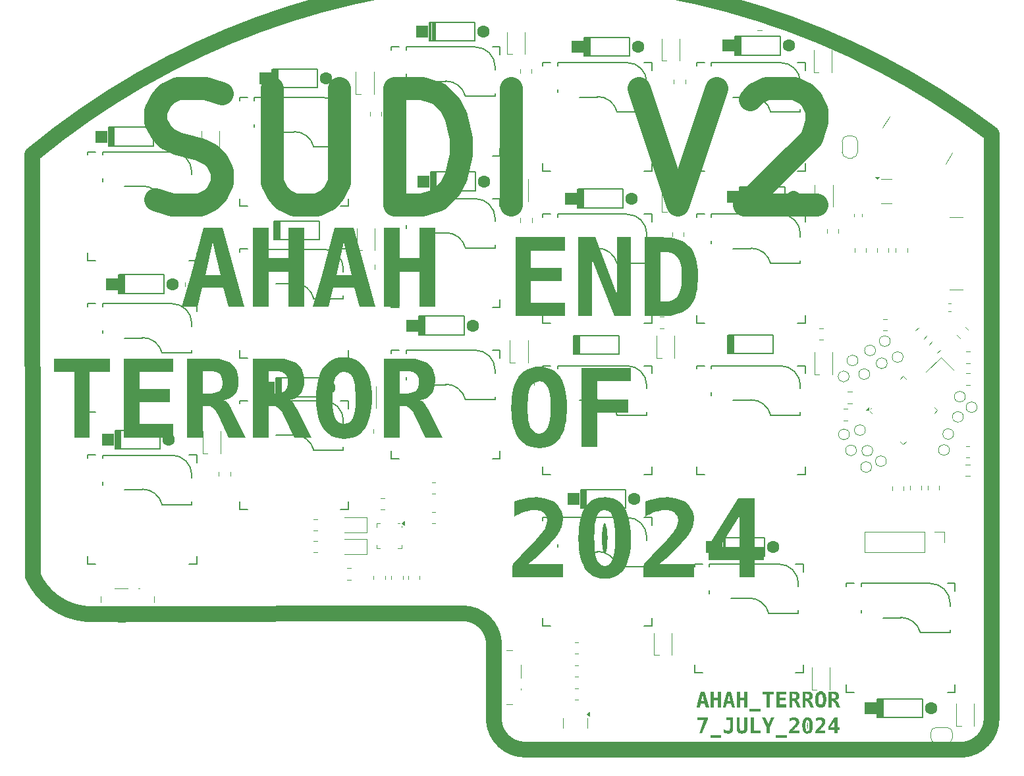
<source format=gbr>
%TF.GenerationSoftware,KiCad,Pcbnew,8.0.2*%
%TF.CreationDate,2025-01-19T21:46:12+07:00*%
%TF.ProjectId,sudi-keyboard,73756469-2d6b-4657-9962-6f6172642e6b,1*%
%TF.SameCoordinates,Original*%
%TF.FileFunction,Legend,Top*%
%TF.FilePolarity,Positive*%
%FSLAX46Y46*%
G04 Gerber Fmt 4.6, Leading zero omitted, Abs format (unit mm)*
G04 Created by KiCad (PCBNEW 8.0.2) date 2025-01-19 21:46:12*
%MOMM*%
%LPD*%
G01*
G04 APERTURE LIST*
%ADD10C,2.000000*%
%ADD11C,0.300000*%
%ADD12C,0.400000*%
%ADD13C,3.000000*%
%ADD14C,0.120000*%
%ADD15C,0.150000*%
%ADD16C,0.200000*%
%ADD17R,1.600000X1.600000*%
%ADD18C,1.600000*%
G04 APERTURE END LIST*
D10*
X231776807Y-141015865D02*
G75*
G02*
X228019000Y-145015808I-4007707J-35D01*
G01*
X108423012Y-68476958D02*
G75*
G02*
X231790001Y-65810000I63366988J-76540842D01*
G01*
X115337407Y-127540512D02*
X163795866Y-127473193D01*
X108491417Y-122607575D02*
X108423012Y-68476958D01*
X171784134Y-144996807D02*
G75*
G02*
X167784192Y-141238999I-34J4007707D01*
G01*
X115337407Y-127540512D02*
G75*
G02*
X108491406Y-122607580I749993J8257812D01*
G01*
X231790000Y-65810001D02*
X231776807Y-141015865D01*
X171784134Y-144996807D02*
X228019003Y-145015864D01*
X167784135Y-141239003D02*
X167795865Y-131230997D01*
X163795866Y-127473193D02*
G75*
G02*
X167795808Y-131231001I34J-4007707D01*
G01*
D11*
G36*
X170547941Y-79089497D02*
G01*
X176905582Y-79089497D01*
X176905582Y-80808967D01*
X172565387Y-80808967D01*
X172565387Y-82997383D01*
X176495254Y-82997383D01*
X176495254Y-84716852D01*
X172565387Y-84716852D01*
X172565387Y-87530530D01*
X176905582Y-87530530D01*
X176905582Y-89250000D01*
X170547941Y-89250000D01*
X170547941Y-79089497D01*
G37*
G36*
X178634822Y-79089497D02*
G01*
X180801256Y-79089497D01*
X183646685Y-86512037D01*
X183646685Y-79089497D01*
X185422330Y-79089497D01*
X185422330Y-89250000D01*
X183270551Y-89250000D01*
X180412909Y-81969120D01*
X180412909Y-89250000D01*
X178634822Y-89250000D01*
X178634822Y-79089497D01*
G37*
G36*
X189944983Y-79108006D02*
G01*
X190505787Y-79163533D01*
X191022399Y-79256078D01*
X191494818Y-79385642D01*
X192023196Y-79599652D01*
X192482523Y-79871504D01*
X192872799Y-80201196D01*
X192942568Y-80274075D01*
X193254407Y-80676121D01*
X193515203Y-81152586D01*
X193706277Y-81645031D01*
X193760781Y-81822575D01*
X193883666Y-82329989D01*
X193962389Y-82817053D01*
X194014231Y-83344322D01*
X194039192Y-83911795D01*
X194041660Y-84167306D01*
X194032000Y-84657984D01*
X193989067Y-85271548D01*
X193911787Y-85838631D01*
X193800160Y-86359230D01*
X193654187Y-86833348D01*
X193423421Y-87360628D01*
X193138987Y-87815280D01*
X192942568Y-88053210D01*
X192564170Y-88397988D01*
X192117437Y-88684329D01*
X191602368Y-88912234D01*
X191018964Y-89081701D01*
X190503039Y-89175200D01*
X189943380Y-89231300D01*
X189339986Y-89250000D01*
X187178436Y-89250000D01*
X187178436Y-87374214D01*
X189195882Y-87374214D01*
X189742986Y-87374214D01*
X190230651Y-87339152D01*
X190707841Y-87213215D01*
X191142498Y-86962055D01*
X191438032Y-86641486D01*
X191682429Y-86147967D01*
X191817219Y-85653524D01*
X191894241Y-85152692D01*
X191935715Y-84580763D01*
X191943614Y-84159979D01*
X191931271Y-83642513D01*
X191883873Y-83086097D01*
X191800925Y-82600092D01*
X191659224Y-82122077D01*
X191438032Y-81693126D01*
X191058406Y-81309302D01*
X190600093Y-81085405D01*
X190099929Y-80983052D01*
X189742986Y-80965282D01*
X189195882Y-80965282D01*
X189195882Y-87374214D01*
X187178436Y-87374214D01*
X187178436Y-79089497D01*
X189339986Y-79089497D01*
X189944983Y-79108006D01*
G37*
G36*
X174143239Y-95765561D02*
G01*
X174633990Y-95862697D01*
X175167794Y-96064741D01*
X175641492Y-96360037D01*
X176055083Y-96748583D01*
X176297418Y-97059420D01*
X176557057Y-97503995D01*
X176772689Y-98010345D01*
X176944315Y-98578472D01*
X177049931Y-99077453D01*
X177127383Y-99615970D01*
X177176670Y-100194024D01*
X177197793Y-100811615D01*
X177198674Y-100972191D01*
X177184591Y-101596918D01*
X177142345Y-102182719D01*
X177071934Y-102729594D01*
X176973360Y-103237543D01*
X176810535Y-103817739D01*
X176603704Y-104337113D01*
X176352866Y-104795665D01*
X176297418Y-104880076D01*
X175969717Y-105286199D01*
X175587758Y-105621325D01*
X175193440Y-105864375D01*
X174705589Y-106059054D01*
X174210997Y-106165910D01*
X173667747Y-106205981D01*
X173610746Y-106206315D01*
X173112290Y-106179267D01*
X172607395Y-106085768D01*
X172111515Y-105905782D01*
X172028053Y-105864375D01*
X171601806Y-105594658D01*
X171229817Y-105255676D01*
X170938729Y-104887404D01*
X170676276Y-104442769D01*
X170458306Y-103936240D01*
X170284819Y-103367815D01*
X170178058Y-102868510D01*
X170099767Y-102329592D01*
X170049945Y-101751061D01*
X170028593Y-101132916D01*
X170027704Y-100972191D01*
X170027815Y-100967306D01*
X172128192Y-100967306D01*
X172136838Y-101502613D01*
X172170040Y-102079178D01*
X172228143Y-102583960D01*
X172327403Y-103082144D01*
X172482344Y-103531856D01*
X172745764Y-103953032D01*
X173168915Y-104252534D01*
X173610746Y-104330530D01*
X174096472Y-104236155D01*
X174512467Y-103917934D01*
X174746475Y-103531856D01*
X174917672Y-103016957D01*
X175012090Y-102504815D01*
X175066042Y-101988069D01*
X175095094Y-101399539D01*
X175100628Y-100967306D01*
X175091981Y-100433406D01*
X175058779Y-99858214D01*
X175000676Y-99354463D01*
X174901417Y-98857048D01*
X174746475Y-98407641D01*
X174482340Y-97986465D01*
X174056442Y-97686962D01*
X173610746Y-97608967D01*
X173093715Y-97721280D01*
X172689340Y-98058221D01*
X172482344Y-98407641D01*
X172311148Y-98922154D01*
X172216730Y-99433461D01*
X172162777Y-99949118D01*
X172133726Y-100536217D01*
X172128192Y-100967306D01*
X170027815Y-100967306D01*
X170041938Y-100347807D01*
X170084643Y-99761815D01*
X170155817Y-99214215D01*
X170255460Y-98705006D01*
X170420050Y-98122485D01*
X170629123Y-97599951D01*
X170882680Y-97137404D01*
X170938729Y-97052093D01*
X171254098Y-96657059D01*
X171648939Y-96307923D01*
X172093998Y-96048255D01*
X172581771Y-95868872D01*
X173104753Y-95763951D01*
X173610746Y-95733182D01*
X174143239Y-95765561D01*
G37*
G36*
X179064689Y-95889497D02*
G01*
X185422330Y-95889497D01*
X185422330Y-97608967D01*
X181082135Y-97608967D01*
X181082135Y-99953698D01*
X185033984Y-99953698D01*
X185033984Y-101673168D01*
X181082135Y-101673168D01*
X181082135Y-106050000D01*
X179064689Y-106050000D01*
X179064689Y-95889497D01*
G37*
G36*
X170186461Y-121391870D02*
G01*
X170357431Y-120974214D01*
X171280669Y-120002128D01*
X171639706Y-119618209D01*
X171996912Y-119237755D01*
X172335799Y-118878928D01*
X172482344Y-118724738D01*
X172834369Y-118353012D01*
X173178436Y-117982240D01*
X173522129Y-117609471D01*
X173644940Y-117476657D01*
X173960729Y-117101258D01*
X174082135Y-116946650D01*
X174352748Y-116520293D01*
X174382554Y-116458164D01*
X174559789Y-115974101D01*
X174609699Y-115544696D01*
X174529758Y-115031185D01*
X174266684Y-114598238D01*
X174192044Y-114526203D01*
X173762549Y-114272420D01*
X173249035Y-114164018D01*
X173022121Y-114154954D01*
X172511816Y-114198431D01*
X172012007Y-114316662D01*
X171813119Y-114382100D01*
X171344945Y-114566389D01*
X171126796Y-114665422D01*
X170679527Y-114896880D01*
X170403838Y-115058653D01*
X170403838Y-113102267D01*
X170876464Y-112934725D01*
X171182972Y-112840928D01*
X171672481Y-112711679D01*
X171839986Y-112674842D01*
X172362055Y-112588518D01*
X172873133Y-112542035D01*
X173207745Y-112533182D01*
X173708059Y-112554539D01*
X174226865Y-112626552D01*
X174597487Y-112713921D01*
X175060251Y-112878671D01*
X175510416Y-113123040D01*
X175730774Y-113283007D01*
X176097711Y-113651661D01*
X176378781Y-114089009D01*
X176409769Y-114152512D01*
X176576732Y-114637038D01*
X176648049Y-115154768D01*
X176654012Y-115371284D01*
X176608932Y-115891349D01*
X176485513Y-116368996D01*
X176448848Y-116470376D01*
X176232579Y-116919631D01*
X175964789Y-117355146D01*
X175757641Y-117637857D01*
X175418811Y-118032243D01*
X175059106Y-118416992D01*
X174700367Y-118786567D01*
X174340307Y-119151629D01*
X173969974Y-119523488D01*
X173767062Y-119726133D01*
X173396895Y-120090997D01*
X173017446Y-120435535D01*
X172980600Y-120466189D01*
X172587178Y-120774651D01*
X172516538Y-120825226D01*
X172162386Y-121130530D01*
X176666224Y-121130530D01*
X176666224Y-122850000D01*
X170186461Y-122850000D01*
X170186461Y-121391870D01*
G37*
G36*
X182203210Y-116028297D02*
G01*
X182306636Y-116507883D01*
X182320446Y-116616922D01*
X182359444Y-117106839D01*
X182369295Y-117256838D01*
X182393504Y-117753066D01*
X182393719Y-117789288D01*
X182383949Y-118246022D01*
X182351434Y-118751605D01*
X182332658Y-118920132D01*
X182250226Y-119420219D01*
X182039567Y-119740788D01*
X181861270Y-119489218D01*
X181769373Y-119004091D01*
X181758688Y-118927459D01*
X181715029Y-118436674D01*
X181704954Y-118304640D01*
X181678743Y-117812238D01*
X181678087Y-117747766D01*
X181690300Y-117269050D01*
X181727394Y-116763010D01*
X181746475Y-116602267D01*
X181830281Y-116111110D01*
X182024912Y-115796266D01*
X182203210Y-116028297D01*
G37*
G36*
X182541071Y-112565024D02*
G01*
X183096571Y-112687298D01*
X183591964Y-112901278D01*
X184027250Y-113206963D01*
X184402430Y-113604353D01*
X184567480Y-113837438D01*
X184810232Y-114278042D01*
X185011840Y-114783164D01*
X185172303Y-115352805D01*
X185271050Y-115854973D01*
X185343464Y-116398432D01*
X185389546Y-116983184D01*
X185409295Y-117609228D01*
X185410118Y-117772191D01*
X185396952Y-118406010D01*
X185357453Y-118998939D01*
X185291622Y-119550975D01*
X185199459Y-120062120D01*
X185011840Y-120752166D01*
X184764974Y-121350205D01*
X184458859Y-121856239D01*
X184093497Y-122270266D01*
X183668886Y-122592288D01*
X183185028Y-122822303D01*
X182641921Y-122960312D01*
X182039567Y-123006315D01*
X181530736Y-122974294D01*
X180975236Y-122851333D01*
X180479843Y-122636151D01*
X180044556Y-122328749D01*
X179669376Y-121929125D01*
X179504326Y-121694731D01*
X179261574Y-121255070D01*
X179059966Y-120751247D01*
X178899503Y-120183264D01*
X178800756Y-119682680D01*
X178728342Y-119141034D01*
X178682260Y-118558324D01*
X178662511Y-117934550D01*
X178661688Y-117772191D01*
X180693789Y-117772191D01*
X180701600Y-118333925D01*
X180725035Y-118846764D01*
X180773778Y-119397627D01*
X180859080Y-119951309D01*
X180994062Y-120466738D01*
X181013747Y-120522365D01*
X181251741Y-120977029D01*
X181633675Y-121300345D01*
X182032240Y-121384542D01*
X182506223Y-121263299D01*
X182873046Y-120899568D01*
X183058060Y-120522365D01*
X183198041Y-120022583D01*
X183287717Y-119482592D01*
X183340210Y-118943464D01*
X183366769Y-118440405D01*
X183377705Y-117888449D01*
X183378018Y-117772191D01*
X183370206Y-117209049D01*
X183346772Y-116695042D01*
X183298028Y-116143091D01*
X183212727Y-115588574D01*
X183077744Y-115072763D01*
X183058060Y-115017131D01*
X182819350Y-114562468D01*
X182434668Y-114239151D01*
X182032240Y-114154954D01*
X181528338Y-114297247D01*
X181172679Y-114681185D01*
X181013747Y-115017131D01*
X180873765Y-115517219D01*
X180784089Y-116057978D01*
X180731596Y-116598136D01*
X180705037Y-117102317D01*
X180694101Y-117655632D01*
X180693789Y-117772191D01*
X178661688Y-117772191D01*
X178674854Y-117135824D01*
X178714353Y-116540749D01*
X178780184Y-115986966D01*
X178872348Y-115474476D01*
X179024582Y-114891931D01*
X179217961Y-114373904D01*
X179452484Y-113920398D01*
X179504326Y-113837438D01*
X179849195Y-113394195D01*
X180253656Y-113042657D01*
X180717707Y-112782825D01*
X181241351Y-112614698D01*
X181824585Y-112538276D01*
X182032240Y-112533182D01*
X182541071Y-112565024D01*
G37*
G36*
X187029448Y-121391870D02*
G01*
X187200418Y-120974214D01*
X188123656Y-120002128D01*
X188482693Y-119618209D01*
X188839898Y-119237755D01*
X189178785Y-118878928D01*
X189325331Y-118724738D01*
X189677356Y-118353012D01*
X190021423Y-117982240D01*
X190365116Y-117609471D01*
X190487927Y-117476657D01*
X190803716Y-117101258D01*
X190925122Y-116946650D01*
X191195735Y-116520293D01*
X191225540Y-116458164D01*
X191402776Y-115974101D01*
X191452686Y-115544696D01*
X191372744Y-115031185D01*
X191109670Y-114598238D01*
X191035031Y-114526203D01*
X190605536Y-114272420D01*
X190092022Y-114164018D01*
X189865108Y-114154954D01*
X189354802Y-114198431D01*
X188854994Y-114316662D01*
X188656106Y-114382100D01*
X188187932Y-114566389D01*
X187969783Y-114665422D01*
X187522513Y-114896880D01*
X187246824Y-115058653D01*
X187246824Y-113102267D01*
X187719451Y-112934725D01*
X188025959Y-112840928D01*
X188515468Y-112711679D01*
X188682972Y-112674842D01*
X189205041Y-112588518D01*
X189716120Y-112542035D01*
X190050732Y-112533182D01*
X190551046Y-112554539D01*
X191069852Y-112626552D01*
X191440474Y-112713921D01*
X191903238Y-112878671D01*
X192353403Y-113123040D01*
X192573761Y-113283007D01*
X192940698Y-113651661D01*
X193221768Y-114089009D01*
X193252756Y-114152512D01*
X193419719Y-114637038D01*
X193491036Y-115154768D01*
X193496999Y-115371284D01*
X193451919Y-115891349D01*
X193328500Y-116368996D01*
X193291835Y-116470376D01*
X193075565Y-116919631D01*
X192807776Y-117355146D01*
X192600628Y-117637857D01*
X192261798Y-118032243D01*
X191902093Y-118416992D01*
X191543354Y-118786567D01*
X191183294Y-119151629D01*
X190812961Y-119523488D01*
X190610048Y-119726133D01*
X190239882Y-120090997D01*
X189860433Y-120435535D01*
X189823586Y-120466189D01*
X189430165Y-120774651D01*
X189359525Y-120825226D01*
X189005373Y-121130530D01*
X193509211Y-121130530D01*
X193509211Y-122850000D01*
X187029448Y-122850000D01*
X187029448Y-121391870D01*
G37*
G36*
X201342079Y-118942114D02*
G01*
X202463154Y-118942114D01*
X202463154Y-120661584D01*
X201342079Y-120661584D01*
X201342079Y-122850000D01*
X199407676Y-122850000D01*
X199407676Y-120661584D01*
X195360572Y-120661584D01*
X195360572Y-118942114D01*
X196830914Y-118942114D01*
X199407676Y-118942114D01*
X199407676Y-114985380D01*
X196830914Y-118942114D01*
X195360572Y-118942114D01*
X195360572Y-118719853D01*
X199231821Y-112689497D01*
X201342079Y-112689497D01*
X201342079Y-118942114D01*
G37*
D12*
G36*
X195440823Y-139550000D02*
G01*
X195037334Y-139550000D01*
X194911304Y-139049790D01*
X194371528Y-139049790D01*
X194248429Y-139550000D01*
X193844940Y-139550000D01*
X194068524Y-138725436D01*
X194452128Y-138725436D01*
X194833635Y-138725436D01*
X194642149Y-137892568D01*
X194452128Y-138725436D01*
X194068524Y-138725436D01*
X194395952Y-137517899D01*
X194889811Y-137517899D01*
X195440823Y-139550000D01*
G37*
G36*
X195671388Y-137517899D02*
G01*
X196074877Y-137517899D01*
X196074877Y-138299476D01*
X196579483Y-138299476D01*
X196579483Y-137517899D01*
X196982972Y-137517899D01*
X196982972Y-139550000D01*
X196579483Y-139550000D01*
X196579483Y-138643370D01*
X196074877Y-138643370D01*
X196074877Y-139550000D01*
X195671388Y-139550000D01*
X195671388Y-137517899D01*
G37*
G36*
X198809420Y-139550000D02*
G01*
X198405931Y-139550000D01*
X198279902Y-139049790D01*
X197740125Y-139049790D01*
X197617027Y-139550000D01*
X197213538Y-139550000D01*
X197437121Y-138725436D01*
X197820725Y-138725436D01*
X198202233Y-138725436D01*
X198010746Y-137892568D01*
X197820725Y-138725436D01*
X197437121Y-138725436D01*
X197764549Y-137517899D01*
X198258408Y-137517899D01*
X198809420Y-139550000D01*
G37*
G36*
X199039986Y-137517899D02*
G01*
X199443475Y-137517899D01*
X199443475Y-138299476D01*
X199948080Y-138299476D01*
X199948080Y-137517899D01*
X200351570Y-137517899D01*
X200351570Y-139550000D01*
X199948080Y-139550000D01*
X199948080Y-138643370D01*
X199443475Y-138643370D01*
X199443475Y-139550000D01*
X199039986Y-139550000D01*
X199039986Y-137517899D01*
G37*
G36*
X200665666Y-139800104D02*
G01*
X202093021Y-139800104D01*
X202093021Y-140081472D01*
X200665666Y-140081472D01*
X200665666Y-139800104D01*
G37*
G36*
X202862875Y-137861793D02*
G01*
X202344591Y-137861793D01*
X202344591Y-137517899D01*
X203784159Y-137517899D01*
X203784159Y-137861793D01*
X203265875Y-137861793D01*
X203265875Y-139550000D01*
X202862875Y-139550000D01*
X202862875Y-137861793D01*
G37*
G36*
X204135380Y-137517899D02*
G01*
X205406908Y-137517899D01*
X205406908Y-137861793D01*
X204538869Y-137861793D01*
X204538869Y-138299476D01*
X205324842Y-138299476D01*
X205324842Y-138643370D01*
X204538869Y-138643370D01*
X204538869Y-139206106D01*
X205406908Y-139206106D01*
X205406908Y-139550000D01*
X204135380Y-139550000D01*
X204135380Y-137517899D01*
G37*
G36*
X206472193Y-137521274D02*
G01*
X206578988Y-137531399D01*
X206692847Y-137552459D01*
X206791112Y-137583240D01*
X206886048Y-137631435D01*
X206920237Y-137656140D01*
X206991528Y-137730830D01*
X207040441Y-137817971D01*
X207048709Y-137838834D01*
X207076224Y-137936638D01*
X207089173Y-138037079D01*
X207091207Y-138100174D01*
X207085625Y-138200144D01*
X207065806Y-138296057D01*
X207026578Y-138385805D01*
X206988625Y-138439672D01*
X206914193Y-138508423D01*
X206867480Y-138536880D01*
X206771768Y-138572700D01*
X206693579Y-138587683D01*
X206782409Y-138629381D01*
X206798604Y-138643859D01*
X206845498Y-138706385D01*
X206893994Y-138792213D01*
X206906559Y-138816782D01*
X207275854Y-139550000D01*
X206832798Y-139550000D01*
X206586601Y-139030739D01*
X206558269Y-138970167D01*
X206511032Y-138883880D01*
X206451788Y-138805569D01*
X206440544Y-138794312D01*
X206354531Y-138743913D01*
X206303768Y-138737159D01*
X206175296Y-138737159D01*
X206175296Y-139550000D01*
X205771807Y-139550000D01*
X205771807Y-138412805D01*
X206175296Y-138412805D01*
X206365317Y-138412805D01*
X206468140Y-138404839D01*
X206561230Y-138374886D01*
X206603210Y-138345394D01*
X206654989Y-138262840D01*
X206673128Y-138162256D01*
X206674040Y-138127041D01*
X206664079Y-138023909D01*
X206623615Y-137930543D01*
X206603210Y-137908199D01*
X206514932Y-137860865D01*
X206414788Y-137843864D01*
X206365317Y-137842254D01*
X206175296Y-137842254D01*
X206175296Y-138412805D01*
X205771807Y-138412805D01*
X205771807Y-137517899D01*
X206354570Y-137517899D01*
X206472193Y-137521274D01*
G37*
G36*
X208156492Y-137521274D02*
G01*
X208263286Y-137531399D01*
X208377145Y-137552459D01*
X208475411Y-137583240D01*
X208570346Y-137631435D01*
X208604535Y-137656140D01*
X208675826Y-137730830D01*
X208724740Y-137817971D01*
X208733007Y-137838834D01*
X208760523Y-137936638D01*
X208773472Y-138037079D01*
X208775505Y-138100174D01*
X208769924Y-138200144D01*
X208750104Y-138296057D01*
X208710876Y-138385805D01*
X208672923Y-138439672D01*
X208598491Y-138508423D01*
X208551779Y-138536880D01*
X208456066Y-138572700D01*
X208377878Y-138587683D01*
X208466708Y-138629381D01*
X208482903Y-138643859D01*
X208529797Y-138706385D01*
X208578293Y-138792213D01*
X208590858Y-138816782D01*
X208960153Y-139550000D01*
X208517096Y-139550000D01*
X208270900Y-139030739D01*
X208242568Y-138970167D01*
X208195331Y-138883880D01*
X208136087Y-138805569D01*
X208124842Y-138794312D01*
X208038830Y-138743913D01*
X207988066Y-138737159D01*
X207859595Y-138737159D01*
X207859595Y-139550000D01*
X207456106Y-139550000D01*
X207456106Y-138412805D01*
X207859595Y-138412805D01*
X208049616Y-138412805D01*
X208152439Y-138404839D01*
X208245529Y-138374886D01*
X208287508Y-138345394D01*
X208339288Y-138262840D01*
X208357427Y-138162256D01*
X208358339Y-138127041D01*
X208348378Y-138023909D01*
X208307913Y-137930543D01*
X208287508Y-137908199D01*
X208199230Y-137860865D01*
X208099087Y-137843864D01*
X208049616Y-137842254D01*
X207859595Y-137842254D01*
X207859595Y-138412805D01*
X207456106Y-138412805D01*
X207456106Y-137517899D01*
X208038869Y-137517899D01*
X208156492Y-137521274D01*
G37*
G36*
X209907335Y-137493112D02*
G01*
X210005486Y-137512539D01*
X210112247Y-137552948D01*
X210206986Y-137612007D01*
X210289704Y-137689716D01*
X210338171Y-137751884D01*
X210390099Y-137840799D01*
X210433226Y-137942069D01*
X210467551Y-138055694D01*
X210488674Y-138155490D01*
X210504164Y-138263194D01*
X210514022Y-138378804D01*
X210518246Y-138502323D01*
X210518422Y-138534438D01*
X210515606Y-138659383D01*
X210507157Y-138776543D01*
X210493075Y-138885918D01*
X210473360Y-138987508D01*
X210440795Y-139103547D01*
X210399428Y-139207422D01*
X210349261Y-139299133D01*
X210338171Y-139316015D01*
X210272631Y-139397239D01*
X210196239Y-139464265D01*
X210117376Y-139512875D01*
X210019805Y-139551810D01*
X209920887Y-139573182D01*
X209812237Y-139581196D01*
X209800837Y-139581263D01*
X209701146Y-139575853D01*
X209600167Y-139557153D01*
X209500991Y-139521156D01*
X209484298Y-139512875D01*
X209399049Y-139458931D01*
X209324651Y-139391135D01*
X209266434Y-139317480D01*
X209213943Y-139228553D01*
X209170349Y-139127248D01*
X209135652Y-139013563D01*
X209114299Y-138913702D01*
X209098641Y-138805918D01*
X209088677Y-138690212D01*
X209084406Y-138566583D01*
X209084228Y-138534438D01*
X209084250Y-138533461D01*
X209504326Y-138533461D01*
X209506055Y-138640522D01*
X209512696Y-138755835D01*
X209524316Y-138856792D01*
X209544168Y-138956428D01*
X209575157Y-139046371D01*
X209627840Y-139130606D01*
X209712471Y-139190506D01*
X209800837Y-139206106D01*
X209897982Y-139187231D01*
X209981181Y-139123586D01*
X210027983Y-139046371D01*
X210062222Y-138943391D01*
X210081106Y-138840963D01*
X210091896Y-138737613D01*
X210097706Y-138619907D01*
X210098813Y-138533461D01*
X210097084Y-138426681D01*
X210090444Y-138311642D01*
X210078823Y-138210892D01*
X210058971Y-138111409D01*
X210027983Y-138021528D01*
X209975156Y-137937293D01*
X209889976Y-137877392D01*
X209800837Y-137861793D01*
X209697431Y-137884256D01*
X209616556Y-137951644D01*
X209575157Y-138021528D01*
X209540917Y-138124430D01*
X209522034Y-138226692D01*
X209511243Y-138329823D01*
X209505433Y-138447243D01*
X209504326Y-138533461D01*
X209084250Y-138533461D01*
X209087075Y-138409561D01*
X209095616Y-138292363D01*
X209109851Y-138182843D01*
X209129780Y-138081001D01*
X209162698Y-137964497D01*
X209204512Y-137859990D01*
X209255224Y-137767480D01*
X209266434Y-137750418D01*
X209329507Y-137671411D01*
X209408476Y-137601584D01*
X209497487Y-137549651D01*
X209595042Y-137513774D01*
X209699638Y-137492790D01*
X209800837Y-137486636D01*
X209907335Y-137493112D01*
G37*
G36*
X211525089Y-137521274D02*
G01*
X211631884Y-137531399D01*
X211745743Y-137552459D01*
X211844008Y-137583240D01*
X211938944Y-137631435D01*
X211973133Y-137656140D01*
X212044424Y-137730830D01*
X212093337Y-137817971D01*
X212101605Y-137838834D01*
X212129120Y-137936638D01*
X212142069Y-138037079D01*
X212144103Y-138100174D01*
X212138521Y-138200144D01*
X212118702Y-138296057D01*
X212079474Y-138385805D01*
X212041521Y-138439672D01*
X211967089Y-138508423D01*
X211920376Y-138536880D01*
X211824664Y-138572700D01*
X211746475Y-138587683D01*
X211835305Y-138629381D01*
X211851500Y-138643859D01*
X211898394Y-138706385D01*
X211946890Y-138792213D01*
X211959455Y-138816782D01*
X212328750Y-139550000D01*
X211885694Y-139550000D01*
X211639497Y-139030739D01*
X211611165Y-138970167D01*
X211563928Y-138883880D01*
X211504684Y-138805569D01*
X211493440Y-138794312D01*
X211407427Y-138743913D01*
X211356664Y-138737159D01*
X211228192Y-138737159D01*
X211228192Y-139550000D01*
X210824703Y-139550000D01*
X210824703Y-138412805D01*
X211228192Y-138412805D01*
X211418213Y-138412805D01*
X211521036Y-138404839D01*
X211614126Y-138374886D01*
X211656106Y-138345394D01*
X211707885Y-138262840D01*
X211726024Y-138162256D01*
X211726936Y-138127041D01*
X211716975Y-138023909D01*
X211676511Y-137930543D01*
X211656106Y-137908199D01*
X211567828Y-137860865D01*
X211467684Y-137843864D01*
X211418213Y-137842254D01*
X211228192Y-137842254D01*
X211228192Y-138412805D01*
X210824703Y-138412805D01*
X210824703Y-137517899D01*
X211407466Y-137517899D01*
X211525089Y-137521274D01*
G37*
G36*
X194836566Y-141221793D02*
G01*
X193984647Y-141221793D01*
X193984647Y-140877899D01*
X195275226Y-140877899D01*
X195275226Y-141154382D01*
X194583531Y-142910000D01*
X194171737Y-142910000D01*
X194836566Y-141221793D01*
G37*
G36*
X195612770Y-143160104D02*
G01*
X197040125Y-143160104D01*
X197040125Y-143441472D01*
X195612770Y-143441472D01*
X195612770Y-143160104D01*
G37*
G36*
X197885205Y-142941263D02*
G01*
X197786801Y-142937265D01*
X197740125Y-142931981D01*
X197643002Y-142914295D01*
X197603349Y-142904626D01*
X197507211Y-142876002D01*
X197408880Y-142838488D01*
X197317585Y-142796671D01*
X197317585Y-142324794D01*
X197392575Y-142393792D01*
X197439218Y-142429330D01*
X197523608Y-142481783D01*
X197569155Y-142504556D01*
X197667913Y-142542063D01*
X197769282Y-142562259D01*
X197838311Y-142566106D01*
X197936579Y-142556870D01*
X198033097Y-142518402D01*
X198069364Y-142487948D01*
X198120121Y-142401702D01*
X198141004Y-142299348D01*
X198143614Y-142238332D01*
X198143614Y-141221793D01*
X197649755Y-141221793D01*
X197649755Y-140877899D01*
X198546615Y-140877899D01*
X198546615Y-142252498D01*
X198542811Y-142363044D01*
X198531398Y-142463262D01*
X198507658Y-142569891D01*
X198472962Y-142661648D01*
X198418636Y-142749902D01*
X198390788Y-142781528D01*
X198311634Y-142844533D01*
X198220386Y-142888805D01*
X198180739Y-142902184D01*
X198078043Y-142925997D01*
X197975335Y-142938171D01*
X197885205Y-142941263D01*
G37*
G36*
X199695045Y-142941263D02*
G01*
X199586266Y-142936695D01*
X199487076Y-142922992D01*
X199380704Y-142894490D01*
X199288140Y-142852833D01*
X199197599Y-142787608D01*
X199164549Y-142754173D01*
X199099644Y-142660543D01*
X199056699Y-142563583D01*
X199025467Y-142451200D01*
X199008387Y-142345768D01*
X198999440Y-142229626D01*
X198997976Y-142154801D01*
X198997976Y-140877899D01*
X199400976Y-140877899D01*
X199400976Y-142244682D01*
X199411967Y-142349210D01*
X199448680Y-142441209D01*
X199479134Y-142481598D01*
X199558689Y-142539367D01*
X199653323Y-142564042D01*
X199695045Y-142566106D01*
X199797369Y-142552158D01*
X199885205Y-142505943D01*
X199910956Y-142481598D01*
X199964384Y-142394416D01*
X199987205Y-142290523D01*
X199989113Y-142244682D01*
X199989113Y-140877899D01*
X200392114Y-140877899D01*
X200392114Y-142154801D01*
X200389534Y-142254994D01*
X200379054Y-142370081D01*
X200360511Y-142473887D01*
X200327619Y-142583561D01*
X200283117Y-142676990D01*
X200227006Y-142754173D01*
X200144950Y-142827072D01*
X200059324Y-142875306D01*
X199959581Y-142910385D01*
X199845722Y-142932310D01*
X199740056Y-142940532D01*
X199695045Y-142941263D01*
G37*
G36*
X200844940Y-140877899D02*
G01*
X201247941Y-140877899D01*
X201247941Y-142566106D01*
X202110607Y-142566106D01*
X202110607Y-142910000D01*
X200844940Y-142910000D01*
X200844940Y-140877899D01*
G37*
G36*
X202862875Y-142121095D02*
G01*
X202232240Y-140877899D01*
X202666992Y-140877899D01*
X203063642Y-141711744D01*
X203461758Y-140877899D01*
X203896510Y-140877899D01*
X203265875Y-142121095D01*
X203265875Y-142910000D01*
X202862875Y-142910000D01*
X202862875Y-142121095D01*
G37*
G36*
X204034263Y-143160104D02*
G01*
X205461618Y-143160104D01*
X205461618Y-143441472D01*
X204034263Y-143441472D01*
X204034263Y-143160104D01*
G37*
G36*
X205747383Y-142618374D02*
G01*
X205781577Y-142534842D01*
X205966224Y-142340425D01*
X206038032Y-142263641D01*
X206109473Y-142187551D01*
X206177250Y-142115785D01*
X206206559Y-142084947D01*
X206276964Y-142010602D01*
X206345778Y-141936448D01*
X206414516Y-141861894D01*
X206439078Y-141835331D01*
X206502236Y-141760251D01*
X206526517Y-141729330D01*
X206580640Y-141644058D01*
X206586601Y-141631632D01*
X206622048Y-141534820D01*
X206632030Y-141448939D01*
X206616042Y-141346237D01*
X206563427Y-141259647D01*
X206548499Y-141245240D01*
X206462600Y-141194484D01*
X206359897Y-141172803D01*
X206314515Y-141170990D01*
X206212453Y-141179686D01*
X206112492Y-141203332D01*
X206072714Y-141216420D01*
X205979079Y-141253277D01*
X205935450Y-141273084D01*
X205845996Y-141319376D01*
X205790858Y-141351730D01*
X205790858Y-140960453D01*
X205885383Y-140926945D01*
X205946685Y-140908185D01*
X206044587Y-140882335D01*
X206078087Y-140874968D01*
X206182501Y-140857703D01*
X206284717Y-140848407D01*
X206351639Y-140846636D01*
X206451702Y-140850907D01*
X206555463Y-140865310D01*
X206629588Y-140882784D01*
X206722141Y-140915734D01*
X206812174Y-140964608D01*
X206856245Y-140996601D01*
X206929632Y-141070332D01*
X206985846Y-141157801D01*
X206992044Y-141170502D01*
X207025437Y-141267407D01*
X207039700Y-141370953D01*
X207040893Y-141414256D01*
X207031877Y-141518269D01*
X207007193Y-141613799D01*
X206999860Y-141634075D01*
X206956606Y-141723926D01*
X206903048Y-141811029D01*
X206861618Y-141867571D01*
X206793853Y-141946448D01*
X206721912Y-142023398D01*
X206650164Y-142097313D01*
X206578152Y-142170325D01*
X206504085Y-142244697D01*
X206463503Y-142285226D01*
X206389469Y-142358199D01*
X206313580Y-142427107D01*
X206306210Y-142433237D01*
X206227526Y-142494930D01*
X206213398Y-142505045D01*
X206142568Y-142566106D01*
X207043335Y-142566106D01*
X207043335Y-142910000D01*
X205747383Y-142910000D01*
X205747383Y-142618374D01*
G37*
G36*
X208150732Y-141545659D02*
G01*
X208171417Y-141641576D01*
X208174180Y-141663384D01*
X208181979Y-141761367D01*
X208183949Y-141791367D01*
X208188791Y-141890613D01*
X208188834Y-141897857D01*
X208186880Y-141989204D01*
X208180377Y-142090321D01*
X208176622Y-142124026D01*
X208160136Y-142224043D01*
X208118004Y-142288157D01*
X208082344Y-142237843D01*
X208063965Y-142140818D01*
X208061828Y-142125491D01*
X208053096Y-142027334D01*
X208051081Y-142000928D01*
X208045839Y-141902447D01*
X208045708Y-141889553D01*
X208048150Y-141793810D01*
X208055569Y-141692602D01*
X208059385Y-141660453D01*
X208076147Y-141562222D01*
X208115073Y-141499253D01*
X208150732Y-141545659D01*
G37*
G36*
X208218304Y-140853004D02*
G01*
X208329404Y-140877459D01*
X208428483Y-140920255D01*
X208515540Y-140981392D01*
X208590576Y-141060870D01*
X208623586Y-141107487D01*
X208672137Y-141195608D01*
X208712458Y-141296632D01*
X208744551Y-141410561D01*
X208764300Y-141510994D01*
X208778783Y-141619686D01*
X208788000Y-141736636D01*
X208791949Y-141861845D01*
X208792114Y-141894438D01*
X208789481Y-142021202D01*
X208781581Y-142139787D01*
X208768415Y-142250195D01*
X208749982Y-142352424D01*
X208712458Y-142490433D01*
X208663085Y-142610041D01*
X208601862Y-142711247D01*
X208528790Y-142794053D01*
X208443868Y-142858457D01*
X208347096Y-142904460D01*
X208238475Y-142932062D01*
X208118004Y-142941263D01*
X208016237Y-142934858D01*
X207905137Y-142910266D01*
X207806059Y-142867230D01*
X207719002Y-142805749D01*
X207643966Y-142725825D01*
X207610956Y-142678946D01*
X207562405Y-142591014D01*
X207522084Y-142490249D01*
X207489991Y-142376652D01*
X207470242Y-142276536D01*
X207455759Y-142168206D01*
X207446542Y-142051664D01*
X207442593Y-141926910D01*
X207442428Y-141894438D01*
X207848848Y-141894438D01*
X207850410Y-142006785D01*
X207855097Y-142109352D01*
X207864846Y-142219525D01*
X207881906Y-142330261D01*
X207908903Y-142433347D01*
X207912840Y-142444473D01*
X207960438Y-142535405D01*
X208036825Y-142600069D01*
X208116538Y-142616908D01*
X208211335Y-142592659D01*
X208284699Y-142519913D01*
X208321702Y-142444473D01*
X208349699Y-142344516D01*
X208367634Y-142236518D01*
X208378132Y-142128692D01*
X208383444Y-142028081D01*
X208385631Y-141917689D01*
X208385694Y-141894438D01*
X208384132Y-141781809D01*
X208379445Y-141679008D01*
X208369696Y-141568618D01*
X208352636Y-141457714D01*
X208325639Y-141354552D01*
X208321702Y-141343426D01*
X208273960Y-141252493D01*
X208197024Y-141187830D01*
X208116538Y-141170990D01*
X208015758Y-141199449D01*
X207944626Y-141276237D01*
X207912840Y-141343426D01*
X207884843Y-141443443D01*
X207866908Y-141551595D01*
X207856410Y-141659627D01*
X207851098Y-141760463D01*
X207848911Y-141871126D01*
X207848848Y-141894438D01*
X207442428Y-141894438D01*
X207445061Y-141767164D01*
X207452961Y-141648149D01*
X207466127Y-141537393D01*
X207484560Y-141434895D01*
X207515007Y-141318386D01*
X207553682Y-141214780D01*
X207600587Y-141124079D01*
X207610956Y-141107487D01*
X207679929Y-141018839D01*
X207760821Y-140948531D01*
X207853632Y-140896565D01*
X207958360Y-140862939D01*
X208075007Y-140847655D01*
X208116538Y-140846636D01*
X208218304Y-140853004D01*
G37*
G36*
X209115980Y-142618374D02*
G01*
X209150174Y-142534842D01*
X209334822Y-142340425D01*
X209406629Y-142263641D01*
X209478070Y-142187551D01*
X209545847Y-142115785D01*
X209575157Y-142084947D01*
X209645561Y-142010602D01*
X209714375Y-141936448D01*
X209783114Y-141861894D01*
X209807676Y-141835331D01*
X209870833Y-141760251D01*
X209895115Y-141729330D01*
X209949237Y-141644058D01*
X209955198Y-141631632D01*
X209990646Y-141534820D01*
X210000628Y-141448939D01*
X209984639Y-141346237D01*
X209932024Y-141259647D01*
X209917096Y-141245240D01*
X209831197Y-141194484D01*
X209728495Y-141172803D01*
X209683112Y-141170990D01*
X209581051Y-141179686D01*
X209481089Y-141203332D01*
X209441311Y-141216420D01*
X209347677Y-141253277D01*
X209304047Y-141273084D01*
X209214593Y-141319376D01*
X209159455Y-141351730D01*
X209159455Y-140960453D01*
X209253981Y-140926945D01*
X209315282Y-140908185D01*
X209413184Y-140882335D01*
X209446685Y-140874968D01*
X209551099Y-140857703D01*
X209653314Y-140848407D01*
X209720237Y-140846636D01*
X209820300Y-140850907D01*
X209924061Y-140865310D01*
X209998185Y-140882784D01*
X210090738Y-140915734D01*
X210180771Y-140964608D01*
X210224842Y-140996601D01*
X210298230Y-141070332D01*
X210354444Y-141157801D01*
X210360642Y-141170502D01*
X210394034Y-141267407D01*
X210408297Y-141370953D01*
X210409490Y-141414256D01*
X210400474Y-141518269D01*
X210375790Y-141613799D01*
X210368457Y-141634075D01*
X210325203Y-141723926D01*
X210271646Y-141811029D01*
X210230216Y-141867571D01*
X210162450Y-141946448D01*
X210090509Y-142023398D01*
X210018761Y-142097313D01*
X209946749Y-142170325D01*
X209872682Y-142244697D01*
X209832100Y-142285226D01*
X209758067Y-142358199D01*
X209682177Y-142427107D01*
X209674808Y-142433237D01*
X209596123Y-142494930D01*
X209581995Y-142505045D01*
X209511165Y-142566106D01*
X210411933Y-142566106D01*
X210411933Y-142910000D01*
X209115980Y-142910000D01*
X209115980Y-142618374D01*
G37*
G36*
X211978506Y-142128422D02*
G01*
X212202721Y-142128422D01*
X212202721Y-142472316D01*
X211978506Y-142472316D01*
X211978506Y-142910000D01*
X211591625Y-142910000D01*
X211591625Y-142472316D01*
X210782205Y-142472316D01*
X210782205Y-142128422D01*
X211076273Y-142128422D01*
X211591625Y-142128422D01*
X211591625Y-141337076D01*
X211076273Y-142128422D01*
X210782205Y-142128422D01*
X210782205Y-142083970D01*
X211556454Y-140877899D01*
X211978506Y-140877899D01*
X211978506Y-142128422D01*
G37*
D13*
X124280826Y-74194000D02*
X126423684Y-74908285D01*
X126423684Y-74908285D02*
X129995112Y-74908285D01*
X129995112Y-74908285D02*
X131423684Y-74194000D01*
X131423684Y-74194000D02*
X132137969Y-73479714D01*
X132137969Y-73479714D02*
X132852255Y-72051142D01*
X132852255Y-72051142D02*
X132852255Y-70622571D01*
X132852255Y-70622571D02*
X132137969Y-69194000D01*
X132137969Y-69194000D02*
X131423684Y-68479714D01*
X131423684Y-68479714D02*
X129995112Y-67765428D01*
X129995112Y-67765428D02*
X127137969Y-67051142D01*
X127137969Y-67051142D02*
X125709398Y-66336857D01*
X125709398Y-66336857D02*
X124995112Y-65622571D01*
X124995112Y-65622571D02*
X124280826Y-64194000D01*
X124280826Y-64194000D02*
X124280826Y-62765428D01*
X124280826Y-62765428D02*
X124995112Y-61336857D01*
X124995112Y-61336857D02*
X125709398Y-60622571D01*
X125709398Y-60622571D02*
X127137969Y-59908285D01*
X127137969Y-59908285D02*
X130709398Y-59908285D01*
X130709398Y-59908285D02*
X132852255Y-60622571D01*
X139280826Y-59908285D02*
X139280826Y-72051142D01*
X139280826Y-72051142D02*
X139995112Y-73479714D01*
X139995112Y-73479714D02*
X140709398Y-74194000D01*
X140709398Y-74194000D02*
X142137969Y-74908285D01*
X142137969Y-74908285D02*
X144995112Y-74908285D01*
X144995112Y-74908285D02*
X146423683Y-74194000D01*
X146423683Y-74194000D02*
X147137969Y-73479714D01*
X147137969Y-73479714D02*
X147852255Y-72051142D01*
X147852255Y-72051142D02*
X147852255Y-59908285D01*
X154995112Y-74908285D02*
X154995112Y-59908285D01*
X154995112Y-59908285D02*
X158566541Y-59908285D01*
X158566541Y-59908285D02*
X160709398Y-60622571D01*
X160709398Y-60622571D02*
X162137969Y-62051142D01*
X162137969Y-62051142D02*
X162852255Y-63479714D01*
X162852255Y-63479714D02*
X163566541Y-66336857D01*
X163566541Y-66336857D02*
X163566541Y-68479714D01*
X163566541Y-68479714D02*
X162852255Y-71336857D01*
X162852255Y-71336857D02*
X162137969Y-72765428D01*
X162137969Y-72765428D02*
X160709398Y-74194000D01*
X160709398Y-74194000D02*
X158566541Y-74908285D01*
X158566541Y-74908285D02*
X154995112Y-74908285D01*
X169995112Y-74908285D02*
X169995112Y-59908285D01*
X186423683Y-59908285D02*
X191423683Y-74908285D01*
X191423683Y-74908285D02*
X196423683Y-59908285D01*
X200709397Y-61336857D02*
X201423683Y-60622571D01*
X201423683Y-60622571D02*
X202852255Y-59908285D01*
X202852255Y-59908285D02*
X206423683Y-59908285D01*
X206423683Y-59908285D02*
X207852255Y-60622571D01*
X207852255Y-60622571D02*
X208566540Y-61336857D01*
X208566540Y-61336857D02*
X209280826Y-62765428D01*
X209280826Y-62765428D02*
X209280826Y-64194000D01*
X209280826Y-64194000D02*
X208566540Y-66336857D01*
X208566540Y-66336857D02*
X199995112Y-74908285D01*
X199995112Y-74908285D02*
X209280826Y-74908285D01*
D11*
G36*
X135668144Y-88050000D02*
G01*
X133650698Y-88050000D01*
X133020551Y-85548953D01*
X130321668Y-85548953D01*
X129706176Y-88050000D01*
X127688730Y-88050000D01*
X128806648Y-83927180D01*
X130724669Y-83927180D01*
X132632205Y-83927180D01*
X131674773Y-79762840D01*
X130724669Y-83927180D01*
X128806648Y-83927180D01*
X130443789Y-77889497D01*
X132913084Y-77889497D01*
X135668144Y-88050000D01*
G37*
G36*
X136820970Y-77889497D02*
G01*
X138838416Y-77889497D01*
X138838416Y-81797383D01*
X141361445Y-81797383D01*
X141361445Y-77889497D01*
X143378890Y-77889497D01*
X143378890Y-88050000D01*
X141361445Y-88050000D01*
X141361445Y-83516852D01*
X138838416Y-83516852D01*
X138838416Y-88050000D01*
X136820970Y-88050000D01*
X136820970Y-77889497D01*
G37*
G36*
X152511130Y-88050000D02*
G01*
X150493685Y-88050000D01*
X149863538Y-85548953D01*
X147164655Y-85548953D01*
X146549163Y-88050000D01*
X144531717Y-88050000D01*
X145649635Y-83927180D01*
X147567655Y-83927180D01*
X149475192Y-83927180D01*
X148517760Y-79762840D01*
X147567655Y-83927180D01*
X145649635Y-83927180D01*
X147286776Y-77889497D01*
X149756071Y-77889497D01*
X152511130Y-88050000D01*
G37*
G36*
X153663957Y-77889497D02*
G01*
X155681403Y-77889497D01*
X155681403Y-81797383D01*
X158204431Y-81797383D01*
X158204431Y-77889497D01*
X160221877Y-77889497D01*
X160221877Y-88050000D01*
X158204431Y-88050000D01*
X158204431Y-83516852D01*
X155681403Y-83516852D01*
X155681403Y-88050000D01*
X153663957Y-88050000D01*
X153663957Y-77889497D01*
G37*
G36*
X113827948Y-96408967D02*
G01*
X111236531Y-96408967D01*
X111236531Y-94689497D01*
X118434368Y-94689497D01*
X118434368Y-96408967D01*
X115842952Y-96408967D01*
X115842952Y-104850000D01*
X113827948Y-104850000D01*
X113827948Y-96408967D01*
G37*
G36*
X120190474Y-94689497D02*
G01*
X126548116Y-94689497D01*
X126548116Y-96408967D01*
X122207920Y-96408967D01*
X122207920Y-98597383D01*
X126137788Y-98597383D01*
X126137788Y-100316852D01*
X122207920Y-100316852D01*
X122207920Y-103130530D01*
X126548116Y-103130530D01*
X126548116Y-104850000D01*
X120190474Y-104850000D01*
X120190474Y-94689497D01*
G37*
G36*
X131874542Y-94706372D02*
G01*
X132408513Y-94756998D01*
X132977809Y-94862299D01*
X133469137Y-95016200D01*
X133943813Y-95257178D01*
X134114759Y-95380704D01*
X134471213Y-95754153D01*
X134715780Y-96189859D01*
X134757118Y-96294173D01*
X134894697Y-96783190D01*
X134959441Y-97285395D01*
X134969609Y-97600872D01*
X134941702Y-98100723D01*
X134842603Y-98580286D01*
X134646464Y-99029029D01*
X134456699Y-99298360D01*
X134084539Y-99642119D01*
X133850977Y-99784403D01*
X133372413Y-99963502D01*
X132981472Y-100038415D01*
X133425622Y-100246909D01*
X133506594Y-100319295D01*
X133741067Y-100631926D01*
X133983545Y-101061068D01*
X134046371Y-101183914D01*
X135892847Y-104850000D01*
X133677564Y-104850000D01*
X132446580Y-102253698D01*
X132304919Y-101950837D01*
X132068736Y-101519400D01*
X131772515Y-101127848D01*
X131716294Y-101071563D01*
X131286231Y-100819566D01*
X131032414Y-100785799D01*
X130390056Y-100785799D01*
X130390056Y-104850000D01*
X128372610Y-104850000D01*
X128372610Y-99164026D01*
X130390056Y-99164026D01*
X131340160Y-99164026D01*
X131854275Y-99124198D01*
X132319727Y-98974433D01*
X132529623Y-98826971D01*
X132788520Y-98414200D01*
X132879217Y-97911284D01*
X132883775Y-97735205D01*
X132833972Y-97219548D01*
X132631649Y-96752719D01*
X132529623Y-96640997D01*
X132088233Y-96404328D01*
X131587516Y-96319320D01*
X131340160Y-96311270D01*
X130390056Y-96311270D01*
X130390056Y-99164026D01*
X128372610Y-99164026D01*
X128372610Y-94689497D01*
X131286427Y-94689497D01*
X131874542Y-94706372D01*
G37*
G36*
X140296035Y-94706372D02*
G01*
X140830006Y-94756998D01*
X141399302Y-94862299D01*
X141890631Y-95016200D01*
X142365306Y-95257178D01*
X142536252Y-95380704D01*
X142892706Y-95754153D01*
X143137273Y-96189859D01*
X143178611Y-96294173D01*
X143316191Y-96783190D01*
X143380934Y-97285395D01*
X143391102Y-97600872D01*
X143363196Y-98100723D01*
X143264096Y-98580286D01*
X143067958Y-99029029D01*
X142878192Y-99298360D01*
X142506032Y-99642119D01*
X142272470Y-99784403D01*
X141793907Y-99963502D01*
X141402966Y-100038415D01*
X141847115Y-100246909D01*
X141928088Y-100319295D01*
X142162561Y-100631926D01*
X142405039Y-101061068D01*
X142467864Y-101183914D01*
X144314340Y-104850000D01*
X142099058Y-104850000D01*
X140868074Y-102253698D01*
X140726413Y-101950837D01*
X140490230Y-101519400D01*
X140194009Y-101127848D01*
X140137788Y-101071563D01*
X139707725Y-100819566D01*
X139453908Y-100785799D01*
X138811549Y-100785799D01*
X138811549Y-104850000D01*
X136794103Y-104850000D01*
X136794103Y-99164026D01*
X138811549Y-99164026D01*
X139761654Y-99164026D01*
X140275768Y-99124198D01*
X140741220Y-98974433D01*
X140951116Y-98826971D01*
X141210014Y-98414200D01*
X141300710Y-97911284D01*
X141305268Y-97735205D01*
X141255466Y-97219548D01*
X141053143Y-96752719D01*
X140951116Y-96640997D01*
X140509726Y-96404328D01*
X140009009Y-96319320D01*
X139761654Y-96311270D01*
X138811549Y-96311270D01*
X138811549Y-99164026D01*
X136794103Y-99164026D01*
X136794103Y-94689497D01*
X139707920Y-94689497D01*
X140296035Y-94706372D01*
G37*
G36*
X149050252Y-94565561D02*
G01*
X149541004Y-94662697D01*
X150074808Y-94864741D01*
X150548505Y-95160037D01*
X150962096Y-95548583D01*
X151204431Y-95859420D01*
X151464070Y-96303995D01*
X151679703Y-96810345D01*
X151851329Y-97378472D01*
X151956945Y-97877453D01*
X152034396Y-98415970D01*
X152083684Y-98994024D01*
X152104807Y-99611615D01*
X152105687Y-99772191D01*
X152091605Y-100396918D01*
X152049359Y-100982719D01*
X151978948Y-101529594D01*
X151880373Y-102037543D01*
X151717548Y-102617739D01*
X151510717Y-103137113D01*
X151259879Y-103595665D01*
X151204431Y-103680076D01*
X150876731Y-104086199D01*
X150494772Y-104421325D01*
X150100453Y-104664375D01*
X149612602Y-104859054D01*
X149118010Y-104965910D01*
X148574761Y-105005981D01*
X148517760Y-105006315D01*
X148019304Y-104979267D01*
X147514408Y-104885768D01*
X147018528Y-104705782D01*
X146935066Y-104664375D01*
X146508819Y-104394658D01*
X146136831Y-104055676D01*
X145845743Y-103687404D01*
X145583289Y-103242769D01*
X145365319Y-102736240D01*
X145191833Y-102167815D01*
X145085072Y-101668510D01*
X145006781Y-101129592D01*
X144956959Y-100551061D01*
X144935607Y-99932916D01*
X144934717Y-99772191D01*
X144934828Y-99767306D01*
X147035206Y-99767306D01*
X147043852Y-100302613D01*
X147077054Y-100879178D01*
X147135157Y-101383960D01*
X147234416Y-101882144D01*
X147389358Y-102331856D01*
X147652777Y-102753032D01*
X148075928Y-103052534D01*
X148517760Y-103130530D01*
X149003486Y-103036155D01*
X149419481Y-102717934D01*
X149653489Y-102331856D01*
X149824685Y-101816957D01*
X149919103Y-101304815D01*
X149973056Y-100788069D01*
X150002107Y-100199539D01*
X150007641Y-99767306D01*
X149998995Y-99233406D01*
X149965793Y-98658214D01*
X149907690Y-98154463D01*
X149808430Y-97657048D01*
X149653489Y-97207641D01*
X149389354Y-96786465D01*
X148963455Y-96486962D01*
X148517760Y-96408967D01*
X148000728Y-96521280D01*
X147596354Y-96858221D01*
X147389358Y-97207641D01*
X147218161Y-97722154D01*
X147123744Y-98233461D01*
X147069791Y-98749118D01*
X147040739Y-99336217D01*
X147035206Y-99767306D01*
X144934828Y-99767306D01*
X144948952Y-99147807D01*
X144991656Y-98561815D01*
X145062830Y-98014215D01*
X145162474Y-97505006D01*
X145327063Y-96922485D01*
X145536136Y-96399951D01*
X145789693Y-95937404D01*
X145845743Y-95852093D01*
X146161112Y-95457059D01*
X146555953Y-95107923D01*
X147001012Y-94848255D01*
X147488784Y-94668872D01*
X148011767Y-94563951D01*
X148517760Y-94533182D01*
X149050252Y-94565561D01*
G37*
G36*
X157139022Y-94706372D02*
G01*
X157672993Y-94756998D01*
X158242289Y-94862299D01*
X158733617Y-95016200D01*
X159208293Y-95257178D01*
X159379239Y-95380704D01*
X159735693Y-95754153D01*
X159980260Y-96189859D01*
X160021598Y-96294173D01*
X160159178Y-96783190D01*
X160223921Y-97285395D01*
X160234089Y-97600872D01*
X160206182Y-98100723D01*
X160107083Y-98580286D01*
X159910944Y-99029029D01*
X159721179Y-99298360D01*
X159349019Y-99642119D01*
X159115457Y-99784403D01*
X158636893Y-99963502D01*
X158245952Y-100038415D01*
X158690102Y-100246909D01*
X158771074Y-100319295D01*
X159005548Y-100631926D01*
X159248025Y-101061068D01*
X159310851Y-101183914D01*
X161157327Y-104850000D01*
X158942044Y-104850000D01*
X157711060Y-102253698D01*
X157569400Y-101950837D01*
X157333216Y-101519400D01*
X157036995Y-101127848D01*
X156980774Y-101071563D01*
X156550711Y-100819566D01*
X156296894Y-100785799D01*
X155654536Y-100785799D01*
X155654536Y-104850000D01*
X153637090Y-104850000D01*
X153637090Y-99164026D01*
X155654536Y-99164026D01*
X156604640Y-99164026D01*
X157118755Y-99124198D01*
X157584207Y-98974433D01*
X157794103Y-98826971D01*
X158053000Y-98414200D01*
X158143697Y-97911284D01*
X158148255Y-97735205D01*
X158098452Y-97219548D01*
X157896129Y-96752719D01*
X157794103Y-96640997D01*
X157352713Y-96404328D01*
X156851996Y-96319320D01*
X156604640Y-96311270D01*
X155654536Y-96311270D01*
X155654536Y-99164026D01*
X153637090Y-99164026D01*
X153637090Y-94689497D01*
X156550907Y-94689497D01*
X157139022Y-94706372D01*
G37*
D14*
%TO.C,SW4*%
X117200000Y-125280000D02*
X117200000Y-126070000D01*
X117800000Y-127080000D02*
X123500000Y-127080000D01*
X119050000Y-124230000D02*
X120750000Y-124230000D01*
X119250000Y-127080000D02*
X119250000Y-128370000D01*
X119250000Y-128370000D02*
X119450000Y-128580000D01*
X119450000Y-128580000D02*
X120350000Y-128580000D01*
X120550000Y-128370000D02*
X120350000Y-128580000D01*
X120550000Y-128370000D02*
X120550000Y-127080000D01*
X122050000Y-124230000D02*
X122250000Y-124230000D01*
X124100000Y-126070000D02*
X124100000Y-125280000D01*
D15*
%TO.C,K16*%
X174090000Y-115110000D02*
X175090000Y-115110000D01*
X174090000Y-115506000D02*
X174090000Y-115110000D01*
X174090000Y-129110000D02*
X174090000Y-128110000D01*
X175090000Y-129110000D02*
X174090000Y-129110000D01*
X176010000Y-115125000D02*
X176010000Y-115506000D01*
X176010000Y-118554000D02*
X176010000Y-118935000D01*
X178804000Y-119570000D02*
X181090000Y-119570000D01*
X183630000Y-121475000D02*
X187440000Y-121475000D01*
X184900000Y-115125000D02*
X176010000Y-115125000D01*
X187059000Y-121475000D02*
X187440000Y-121475000D01*
X187090000Y-115110000D02*
X188090000Y-115110000D01*
X187440000Y-117665000D02*
X187440000Y-118046000D01*
X187440000Y-121475000D02*
X187440000Y-121094000D01*
X188090000Y-115110000D02*
X188090000Y-116110000D01*
X188090000Y-128110000D02*
X188090000Y-129110000D01*
X188090000Y-129110000D02*
X187090000Y-129110000D01*
X181090001Y-119491829D02*
G75*
G02*
X183629999Y-121475001I-1J-2618171D01*
G01*
X184900000Y-115125000D02*
G75*
G02*
X187440000Y-117665000I0J-2540000D01*
G01*
D14*
%TO.C,FB1*%
X214110003Y-76078733D02*
X214110000Y-76421265D01*
X215130004Y-76078731D02*
X215130001Y-76421263D01*
%TO.C,R10*%
X228927064Y-105965000D02*
X228472936Y-105965000D01*
X228927064Y-107435000D02*
X228472936Y-107435000D01*
%TO.C,TP16*%
X216100001Y-96700001D02*
G75*
G02*
X214700001Y-96700001I-700000J0D01*
G01*
X214700001Y-96700001D02*
G75*
G02*
X216100001Y-96700001I700000J0D01*
G01*
%TO.C,C51*%
X190715000Y-78438751D02*
X190715000Y-78961252D01*
X192185000Y-78438748D02*
X192185000Y-78961249D01*
%TO.C,J1*%
X218633161Y-63546650D02*
X217783161Y-65018894D01*
X226721839Y-68216650D02*
X225871840Y-69688894D01*
%TO.C,D17*%
X130350000Y-106870002D02*
X130349999Y-104029999D01*
X130350000Y-106870002D02*
X131000000Y-106870000D01*
X132650001Y-106870001D02*
X132650000Y-104029998D01*
%TO.C,C3*%
X149411251Y-121665001D02*
X148888748Y-121665000D01*
X149411252Y-123135000D02*
X148888749Y-123134999D01*
D16*
%TO.C,D26*%
X198775000Y-55650000D02*
X198775000Y-53250000D01*
X198800000Y-53250000D02*
X204600000Y-53250000D01*
X198875000Y-53250000D02*
X198875000Y-55650000D01*
X199000000Y-53250000D02*
X199000000Y-55650000D01*
X199175000Y-53250000D02*
X199175000Y-55650000D01*
X199350000Y-53250000D02*
X199350000Y-55650000D01*
X199525000Y-53250000D02*
X199525000Y-55650000D01*
X204600000Y-53250000D02*
X204600000Y-55650000D01*
X204600000Y-55650000D02*
X198800000Y-55650000D01*
D15*
%TO.C,K9*%
X154590000Y-93610000D02*
X155590000Y-93610000D01*
X154590000Y-94006000D02*
X154590000Y-93610000D01*
X154590000Y-107610000D02*
X154590000Y-106610000D01*
X155590000Y-107610000D02*
X154590000Y-107610000D01*
X156510000Y-93625000D02*
X156510000Y-94006000D01*
X156510000Y-97054000D02*
X156510000Y-97435000D01*
X159304000Y-98070000D02*
X161590000Y-98070000D01*
X164130000Y-99975000D02*
X167940000Y-99975000D01*
X165400000Y-93625000D02*
X156510000Y-93625000D01*
X167559000Y-99975000D02*
X167940000Y-99975000D01*
X167590000Y-93610000D02*
X168590000Y-93610000D01*
X167940000Y-96165000D02*
X167940000Y-96546000D01*
X167940000Y-99975000D02*
X167940000Y-99594000D01*
X168590000Y-93610000D02*
X168590000Y-94610000D01*
X168590000Y-106610000D02*
X168590000Y-107610000D01*
X168590000Y-107610000D02*
X167590000Y-107610000D01*
X161590001Y-97991829D02*
G75*
G02*
X164129999Y-99975001I-1J-2618171D01*
G01*
X165400000Y-93625000D02*
G75*
G02*
X167940000Y-96165000I0J-2540000D01*
G01*
D14*
%TO.C,D18*%
X169850000Y-95220002D02*
X169849999Y-92379999D01*
X169850000Y-95220002D02*
X170500000Y-95220000D01*
X172150001Y-95220001D02*
X172150000Y-92379998D01*
%TO.C,C57*%
X218311250Y-89615001D02*
X217788748Y-89615000D01*
X218311252Y-91085000D02*
X217788750Y-91084999D01*
D15*
%TO.C,K8*%
X154590000Y-74110000D02*
X155590000Y-74110000D01*
X154590000Y-74506000D02*
X154590000Y-74110000D01*
X154590000Y-88110000D02*
X154590000Y-87110000D01*
X155590000Y-88110000D02*
X154590000Y-88110000D01*
X156510000Y-74125000D02*
X156510000Y-74506000D01*
X156510000Y-77554000D02*
X156510000Y-77935000D01*
X159304000Y-78570000D02*
X161590000Y-78570000D01*
X164130000Y-80475000D02*
X167940000Y-80475000D01*
X165400000Y-74125000D02*
X156510000Y-74125000D01*
X167559000Y-80475000D02*
X167940000Y-80475000D01*
X167590000Y-74110000D02*
X168590000Y-74110000D01*
X167940000Y-76665000D02*
X167940000Y-77046000D01*
X167940000Y-80475000D02*
X167940000Y-80094000D01*
X168590000Y-74110000D02*
X168590000Y-75110000D01*
X168590000Y-87110000D02*
X168590000Y-88110000D01*
X168590000Y-88110000D02*
X167590000Y-88110000D01*
X161590001Y-78491829D02*
G75*
G02*
X164129999Y-80475001I-1J-2618171D01*
G01*
X165400000Y-74125000D02*
G75*
G02*
X167940000Y-76665000I0J-2540000D01*
G01*
D14*
%TO.C,TP5*%
X216350000Y-108650000D02*
G75*
G02*
X214950000Y-108650000I-700000J0D01*
G01*
X214950000Y-108650000D02*
G75*
G02*
X216350000Y-108650000I700000J0D01*
G01*
%TO.C,C42*%
X128115000Y-84888751D02*
X128115000Y-85411252D01*
X129585000Y-84888748D02*
X129585000Y-85411249D01*
%TO.C,C41*%
X132115000Y-70638751D02*
X132115000Y-71161252D01*
X133585000Y-70638748D02*
X133585000Y-71161249D01*
D15*
%TO.C,K18*%
X213090000Y-123610000D02*
X214090000Y-123610000D01*
X213090000Y-124006000D02*
X213090000Y-123610000D01*
X213090000Y-137610000D02*
X213090000Y-136610000D01*
X214090000Y-137610000D02*
X213090000Y-137610000D01*
X215010000Y-123625000D02*
X215010000Y-124006000D01*
X215010000Y-127054000D02*
X215010000Y-127435000D01*
X217804000Y-128070000D02*
X220090000Y-128070000D01*
X222630000Y-129975000D02*
X226440000Y-129975000D01*
X223900000Y-123625000D02*
X215010000Y-123625000D01*
X226059000Y-129975000D02*
X226440000Y-129975000D01*
X226090000Y-123610000D02*
X227090000Y-123610000D01*
X226440000Y-126165000D02*
X226440000Y-126546000D01*
X226440000Y-129975000D02*
X226440000Y-129594000D01*
X227090000Y-123610000D02*
X227090000Y-124610000D01*
X227090000Y-136610000D02*
X227090000Y-137610000D01*
X227090000Y-137610000D02*
X226090000Y-137610000D01*
X220090001Y-127991829D02*
G75*
G02*
X222629999Y-129975001I-1J-2618171D01*
G01*
X223900000Y-123625000D02*
G75*
G02*
X226440000Y-126165000I0J-2540000D01*
G01*
%TO.C,K12*%
X174090000Y-95610000D02*
X175090000Y-95610000D01*
X174090000Y-96006000D02*
X174090000Y-95610000D01*
X174090000Y-109610000D02*
X174090000Y-108610000D01*
X175090000Y-109610000D02*
X174090000Y-109610000D01*
X176010000Y-95625000D02*
X176010000Y-96006000D01*
X176010000Y-99054000D02*
X176010000Y-99435000D01*
X178804000Y-100070000D02*
X181090000Y-100070000D01*
X183630000Y-101975000D02*
X187440000Y-101975000D01*
X184900000Y-95625000D02*
X176010000Y-95625000D01*
X187059000Y-101975000D02*
X187440000Y-101975000D01*
X187090000Y-95610000D02*
X188090000Y-95610000D01*
X187440000Y-98165000D02*
X187440000Y-98546000D01*
X187440000Y-101975000D02*
X187440000Y-101594000D01*
X188090000Y-95610000D02*
X188090000Y-96610000D01*
X188090000Y-108610000D02*
X188090000Y-109610000D01*
X188090000Y-109610000D02*
X187090000Y-109610000D01*
X181090001Y-99991829D02*
G75*
G02*
X183629999Y-101975001I-1J-2618171D01*
G01*
X184900000Y-95625000D02*
G75*
G02*
X187440000Y-98165000I0J-2540000D01*
G01*
%TO.C,K14*%
X193840000Y-76110000D02*
X194840000Y-76110000D01*
X193840000Y-76506000D02*
X193840000Y-76110000D01*
X193840000Y-90110000D02*
X193840000Y-89110000D01*
X194840000Y-90110000D02*
X193840000Y-90110000D01*
X195760000Y-76125000D02*
X195760000Y-76506000D01*
X195760000Y-79554000D02*
X195760000Y-79935000D01*
X198554000Y-80570000D02*
X200840000Y-80570000D01*
X203380000Y-82475000D02*
X207190000Y-82475000D01*
X204650000Y-76125000D02*
X195760000Y-76125000D01*
X206809000Y-82475000D02*
X207190000Y-82475000D01*
X206840000Y-76110000D02*
X207840000Y-76110000D01*
X207190000Y-78665000D02*
X207190000Y-79046000D01*
X207190000Y-82475000D02*
X207190000Y-82094000D01*
X207840000Y-76110000D02*
X207840000Y-77110000D01*
X207840000Y-89110000D02*
X207840000Y-90110000D01*
X207840000Y-90110000D02*
X206840000Y-90110000D01*
X200840001Y-80491829D02*
G75*
G02*
X203379999Y-82475001I-1J-2618171D01*
G01*
X204650000Y-76125000D02*
G75*
G02*
X207190000Y-78665000I0J-2540000D01*
G01*
D16*
%TO.C,D33*%
X178925000Y-113950000D02*
X178925000Y-111550000D01*
X178950000Y-111550000D02*
X184750000Y-111550000D01*
X179025000Y-111550000D02*
X179025000Y-113950000D01*
X179150000Y-111550000D02*
X179150000Y-113950000D01*
X179325000Y-111550000D02*
X179325000Y-113950000D01*
X179500000Y-111550000D02*
X179500000Y-113950000D01*
X179675000Y-111550000D02*
X179675000Y-113950000D01*
X184750000Y-111550000D02*
X184750000Y-113950000D01*
X184750000Y-113950000D02*
X178950000Y-113950000D01*
D14*
%TO.C,C43*%
X132415000Y-109238751D02*
X132415000Y-109761252D01*
X133885000Y-109238748D02*
X133885000Y-109761249D01*
%TO.C,C40*%
X218989997Y-111126250D02*
X218989998Y-111648751D01*
X220459998Y-111126247D02*
X220459999Y-111648748D01*
%TO.C,R4*%
X217035002Y-80522934D02*
X217035002Y-80977062D01*
X218505002Y-80522934D02*
X218505002Y-80977062D01*
%TO.C,D25*%
X188349999Y-132820001D02*
X188349999Y-129979999D01*
X188349999Y-132820001D02*
X189000000Y-132820000D01*
X190650001Y-132820001D02*
X190650001Y-129979999D01*
%TO.C,C1*%
X153711249Y-112664999D02*
X153188748Y-112665000D01*
X153711252Y-114135000D02*
X153188751Y-114135001D01*
%TO.C,C18*%
X229011250Y-93815001D02*
X228488748Y-93815000D01*
X229011252Y-95285000D02*
X228488750Y-95284999D01*
D15*
%TO.C,K7*%
X154590000Y-54610000D02*
X155590000Y-54610000D01*
X154590000Y-55006000D02*
X154590000Y-54610000D01*
X154590000Y-68610000D02*
X154590000Y-67610000D01*
X155590000Y-68610000D02*
X154590000Y-68610000D01*
X156510000Y-54625000D02*
X156510000Y-55006000D01*
X156510000Y-58054000D02*
X156510000Y-58435000D01*
X159304000Y-59070000D02*
X161590000Y-59070000D01*
X164130000Y-60975000D02*
X167940000Y-60975000D01*
X165400000Y-54625000D02*
X156510000Y-54625000D01*
X167559000Y-60975000D02*
X167940000Y-60975000D01*
X167590000Y-54610000D02*
X168590000Y-54610000D01*
X167940000Y-57165000D02*
X167940000Y-57546000D01*
X167940000Y-60975000D02*
X167940000Y-60594000D01*
X168590000Y-54610000D02*
X168590000Y-55610000D01*
X168590000Y-67610000D02*
X168590000Y-68610000D01*
X168590000Y-68610000D02*
X167590000Y-68610000D01*
X161590001Y-58991829D02*
G75*
G02*
X164129999Y-60975001I-1J-2618171D01*
G01*
X165400000Y-54625000D02*
G75*
G02*
X167940000Y-57165000I0J-2540000D01*
G01*
D16*
%TO.C,D2*%
X119565000Y-86310000D02*
X119565000Y-83910000D01*
X119590000Y-83910000D02*
X125390000Y-83910000D01*
X119665000Y-83910000D02*
X119665000Y-86310000D01*
X119790000Y-83910000D02*
X119790000Y-86310000D01*
X119965000Y-83910000D02*
X119965000Y-86310000D01*
X120140000Y-83910000D02*
X120140000Y-86310000D01*
X120315000Y-83910000D02*
X120315000Y-86310000D01*
X125390000Y-83910000D02*
X125390000Y-86310000D01*
X125390000Y-86310000D02*
X119590000Y-86310000D01*
D14*
%TO.C,C19*%
X228438749Y-108314998D02*
X228961253Y-108314998D01*
X228438749Y-109784998D02*
X228961253Y-109784998D01*
%TO.C,TP17*%
X214600000Y-94950002D02*
G75*
G02*
X213200000Y-94950002I-700000J0D01*
G01*
X213200000Y-94950002D02*
G75*
G02*
X214600000Y-94950002I700000J0D01*
G01*
D15*
%TO.C,K6*%
X135090000Y-100110000D02*
X136090000Y-100110000D01*
X135090000Y-100506000D02*
X135090000Y-100110000D01*
X135090000Y-114110000D02*
X135090000Y-113110000D01*
X136090000Y-114110000D02*
X135090000Y-114110000D01*
X137010000Y-100125000D02*
X137010000Y-100506000D01*
X137010000Y-103554000D02*
X137010000Y-103935000D01*
X139804000Y-104570000D02*
X142090000Y-104570000D01*
X144630000Y-106475000D02*
X148440000Y-106475000D01*
X145900000Y-100125000D02*
X137010000Y-100125000D01*
X148059000Y-106475000D02*
X148440000Y-106475000D01*
X148090000Y-100110000D02*
X149090000Y-100110000D01*
X148440000Y-102665000D02*
X148440000Y-103046000D01*
X148440000Y-106475000D02*
X148440000Y-106094000D01*
X149090000Y-100110000D02*
X149090000Y-101110000D01*
X149090000Y-113110000D02*
X149090000Y-114110000D01*
X149090000Y-114110000D02*
X148090000Y-114110000D01*
X142090001Y-104491829D02*
G75*
G02*
X144629999Y-106475001I-1J-2618171D01*
G01*
X145900000Y-100125000D02*
G75*
G02*
X148440000Y-102665000I0J-2540000D01*
G01*
D14*
%TO.C,R11*%
X178627064Y-134165001D02*
X178172936Y-134165001D01*
X178627064Y-135635001D02*
X178172936Y-135635001D01*
D15*
%TO.C,K5*%
X135090000Y-80610000D02*
X136090000Y-80610000D01*
X135090000Y-81006000D02*
X135090000Y-80610000D01*
X135090000Y-94610000D02*
X135090000Y-93610000D01*
X136090000Y-94610000D02*
X135090000Y-94610000D01*
X137010000Y-80625000D02*
X137010000Y-81006000D01*
X137010000Y-84054000D02*
X137010000Y-84435000D01*
X139804000Y-85070000D02*
X142090000Y-85070000D01*
X144630000Y-86975000D02*
X148440000Y-86975000D01*
X145900000Y-80625000D02*
X137010000Y-80625000D01*
X148059000Y-86975000D02*
X148440000Y-86975000D01*
X148090000Y-80610000D02*
X149090000Y-80610000D01*
X148440000Y-83165000D02*
X148440000Y-83546000D01*
X148440000Y-86975000D02*
X148440000Y-86594000D01*
X149090000Y-80610000D02*
X149090000Y-81610000D01*
X149090000Y-93610000D02*
X149090000Y-94610000D01*
X149090000Y-94610000D02*
X148090000Y-94610000D01*
X142090001Y-84991829D02*
G75*
G02*
X144629999Y-86975001I-1J-2618171D01*
G01*
X145900000Y-80625000D02*
G75*
G02*
X148440000Y-83165000I0J-2540000D01*
G01*
D14*
%TO.C,TP9*%
X228149999Y-102200001D02*
G75*
G02*
X226749999Y-102200001I-700000J0D01*
G01*
X226749999Y-102200001D02*
G75*
G02*
X228149999Y-102200001I700000J0D01*
G01*
D16*
%TO.C,D21*%
X178575000Y-75300000D02*
X178575000Y-72900000D01*
X178600000Y-72900000D02*
X184400000Y-72900000D01*
X178675000Y-72900000D02*
X178675000Y-75300000D01*
X178800000Y-72900000D02*
X178800000Y-75300000D01*
X178975000Y-72900000D02*
X178975000Y-75300000D01*
X179150000Y-72900000D02*
X179150000Y-75300000D01*
X179325000Y-72900000D02*
X179325000Y-75300000D01*
X184400000Y-72900000D02*
X184400000Y-75300000D01*
X184400000Y-75300000D02*
X178600000Y-75300000D01*
D15*
%TO.C,K2*%
X115590000Y-87610000D02*
X116590000Y-87610000D01*
X115590000Y-88006000D02*
X115590000Y-87610000D01*
X115590000Y-101610000D02*
X115590000Y-100610000D01*
X116590000Y-101610000D02*
X115590000Y-101610000D01*
X117510000Y-87625000D02*
X117510000Y-88006000D01*
X117510000Y-91054000D02*
X117510000Y-91435000D01*
X120304000Y-92070000D02*
X122590000Y-92070000D01*
X125130000Y-93975000D02*
X128940000Y-93975000D01*
X126400000Y-87625000D02*
X117510000Y-87625000D01*
X128559000Y-93975000D02*
X128940000Y-93975000D01*
X128590000Y-87610000D02*
X129590000Y-87610000D01*
X128940000Y-90165000D02*
X128940000Y-90546000D01*
X128940000Y-93975000D02*
X128940000Y-93594000D01*
X129590000Y-87610000D02*
X129590000Y-88610000D01*
X129590000Y-100610000D02*
X129590000Y-101610000D01*
X129590000Y-101610000D02*
X128590000Y-101610000D01*
X122590001Y-91991829D02*
G75*
G02*
X125129999Y-93975001I-1J-2618171D01*
G01*
X126400000Y-87625000D02*
G75*
G02*
X128940000Y-90165000I0J-2540000D01*
G01*
%TO.C,K10*%
X174090000Y-56610000D02*
X175090000Y-56610000D01*
X174090000Y-57006000D02*
X174090000Y-56610000D01*
X174090000Y-70610000D02*
X174090000Y-69610000D01*
X175090000Y-70610000D02*
X174090000Y-70610000D01*
X176010000Y-56625000D02*
X176010000Y-57006000D01*
X176010000Y-60054000D02*
X176010000Y-60435000D01*
X178804000Y-61070000D02*
X181090000Y-61070000D01*
X183630000Y-62975000D02*
X187440000Y-62975000D01*
X184900000Y-56625000D02*
X176010000Y-56625000D01*
X187059000Y-62975000D02*
X187440000Y-62975000D01*
X187090000Y-56610000D02*
X188090000Y-56610000D01*
X187440000Y-59165000D02*
X187440000Y-59546000D01*
X187440000Y-62975000D02*
X187440000Y-62594000D01*
X188090000Y-56610000D02*
X188090000Y-57610000D01*
X188090000Y-69610000D02*
X188090000Y-70610000D01*
X188090000Y-70610000D02*
X187090000Y-70610000D01*
X181090001Y-60991829D02*
G75*
G02*
X183629999Y-62975001I-1J-2618171D01*
G01*
X184900000Y-56625000D02*
G75*
G02*
X187440000Y-59165000I0J-2540000D01*
G01*
D14*
%TO.C,R12*%
X178627063Y-131214998D02*
X178172935Y-131214998D01*
X178627063Y-132684998D02*
X178172935Y-132684998D01*
%TO.C,C39*%
X221289998Y-111076251D02*
X221289999Y-111598752D01*
X222759999Y-111076248D02*
X222760000Y-111598749D01*
%TO.C,D8*%
X130199999Y-68220001D02*
X130199999Y-65379999D01*
X130199999Y-68220001D02*
X130850000Y-68220000D01*
X132500001Y-68220001D02*
X132500001Y-65379999D01*
%TO.C,R5*%
X178627064Y-137115000D02*
X178172936Y-137115000D01*
X178627064Y-138585000D02*
X178172936Y-138585000D01*
%TO.C,C2*%
X214165005Y-80488748D02*
X214165004Y-81011250D01*
X215635004Y-80488746D02*
X215635003Y-81011248D01*
%TO.C,D36*%
X150349999Y-101070001D02*
X150349999Y-98229999D01*
X150349999Y-101070001D02*
X151000000Y-101070000D01*
X152650001Y-101070001D02*
X152650001Y-98229999D01*
%TO.C,D29*%
X150199999Y-80770001D02*
X150199999Y-77929999D01*
X150199999Y-80770001D02*
X150850000Y-80770000D01*
X152500001Y-80770001D02*
X152500001Y-77929999D01*
%TO.C,C20*%
X212738748Y-101165000D02*
X213261249Y-101165000D01*
X212738751Y-102635000D02*
X213261252Y-102635000D01*
%TO.C,TP13*%
X218750002Y-92450001D02*
G75*
G02*
X217350002Y-92450001I-700000J0D01*
G01*
X217350002Y-92450001D02*
G75*
G02*
X218750002Y-92450001I700000J0D01*
G01*
%TO.C,C54*%
X210615000Y-78038751D02*
X210615000Y-78561252D01*
X212085000Y-78038748D02*
X212085000Y-78561249D01*
%TO.C,R1*%
X159822936Y-114425000D02*
X160277064Y-114425000D01*
X159822936Y-115895000D02*
X160277064Y-115895000D01*
%TO.C,C44*%
X151865000Y-62988751D02*
X151865000Y-63511252D01*
X153335000Y-62988748D02*
X153335000Y-63511249D01*
%TO.C,TP11*%
X228400000Y-99600000D02*
G75*
G02*
X227000000Y-99600000I-700000J0D01*
G01*
X227000000Y-99600000D02*
G75*
G02*
X228400000Y-99600000I700000J0D01*
G01*
%TO.C,R17*%
X145077064Y-118164999D02*
X144622936Y-118164999D01*
X145077064Y-119634999D02*
X144622936Y-119634999D01*
%TO.C,D31*%
X208649999Y-137270001D02*
X208649999Y-134429999D01*
X208649999Y-137270001D02*
X209300000Y-137270000D01*
X210950001Y-137270001D02*
X210950001Y-134429999D01*
%TO.C,JP1*%
X212549999Y-68150000D02*
X212550001Y-66750001D01*
X213250000Y-66050001D02*
X213850001Y-66050000D01*
X213850000Y-68849999D02*
X213249999Y-68850000D01*
X214550001Y-66750000D02*
X214549999Y-68149999D01*
X212550001Y-66750001D02*
G75*
G02*
X213250000Y-66050001I699999J1D01*
G01*
X213249999Y-68850000D02*
G75*
G02*
X212549999Y-68150000I3J700003D01*
G01*
X213850001Y-66050000D02*
G75*
G02*
X214550000Y-66750000I-1J-700000D01*
G01*
X214549999Y-68149999D02*
G75*
G02*
X213850000Y-68849999I-699997J-3D01*
G01*
D15*
%TO.C,K13*%
X193840000Y-56610000D02*
X194840000Y-56610000D01*
X193840000Y-57006000D02*
X193840000Y-56610000D01*
X193840000Y-70610000D02*
X193840000Y-69610000D01*
X194840000Y-70610000D02*
X193840000Y-70610000D01*
X195760000Y-56625000D02*
X195760000Y-57006000D01*
X195760000Y-60054000D02*
X195760000Y-60435000D01*
X198554000Y-61070000D02*
X200840000Y-61070000D01*
X203380000Y-62975000D02*
X207190000Y-62975000D01*
X204650000Y-56625000D02*
X195760000Y-56625000D01*
X206809000Y-62975000D02*
X207190000Y-62975000D01*
X206840000Y-56610000D02*
X207840000Y-56610000D01*
X207190000Y-59165000D02*
X207190000Y-59546000D01*
X207190000Y-62975000D02*
X207190000Y-62594000D01*
X207840000Y-56610000D02*
X207840000Y-57610000D01*
X207840000Y-69610000D02*
X207840000Y-70610000D01*
X207840000Y-70610000D02*
X206840000Y-70610000D01*
X200840001Y-60991829D02*
G75*
G02*
X203379999Y-62975001I-1J-2618171D01*
G01*
X204650000Y-56625000D02*
G75*
G02*
X207190000Y-59165000I0J-2540000D01*
G01*
D14*
%TO.C,R3*%
X219465000Y-80522936D02*
X219465000Y-80977064D01*
X220935000Y-80522936D02*
X220935000Y-80977064D01*
%TO.C,P1*%
X228040000Y-76490000D02*
X226340000Y-76490001D01*
X228040000Y-85830000D02*
X226339999Y-85830000D01*
%TO.C,TP3*%
X214400000Y-106500000D02*
G75*
G02*
X213000000Y-106500000I-700000J0D01*
G01*
X213000000Y-106500000D02*
G75*
G02*
X214400000Y-106500000I700000J0D01*
G01*
D16*
%TO.C,D34*%
X196725000Y-120150000D02*
X196725000Y-117750000D01*
X196750000Y-117750000D02*
X202550000Y-117750000D01*
X196825000Y-117750000D02*
X196825000Y-120150000D01*
X196950000Y-117750000D02*
X196950000Y-120150000D01*
X197125000Y-117750000D02*
X197125000Y-120150000D01*
X197300000Y-117750000D02*
X197300000Y-120150000D01*
X197475000Y-117750000D02*
X197475000Y-120150000D01*
X202550000Y-117750000D02*
X202550000Y-120150000D01*
X202550000Y-120150000D02*
X196750000Y-120150000D01*
D14*
%TO.C,C45*%
X152465000Y-82638751D02*
X152465000Y-83161252D01*
X153935000Y-82638748D02*
X153935000Y-83161249D01*
%TO.C,C21*%
X227715010Y-92054456D02*
X227345546Y-91684991D01*
X228754454Y-91015009D02*
X228384990Y-90645544D01*
%TO.C,R14*%
X156765000Y-122622936D02*
X156765000Y-123077064D01*
X158235000Y-122622936D02*
X158235000Y-123077064D01*
%TO.C,U7*%
X216390705Y-100961090D02*
X216213928Y-101137867D01*
X216390705Y-101738910D02*
X216171500Y-101519707D01*
X220011090Y-97340705D02*
X220400000Y-96951796D01*
X220400000Y-96951796D02*
X220788910Y-97340705D01*
X220400000Y-105748204D02*
X220011090Y-105359295D01*
X220788910Y-105359295D02*
X220400000Y-105748204D01*
X224409295Y-101738910D02*
X224798204Y-101350000D01*
X224798204Y-101350000D02*
X224409295Y-100961090D01*
X216001796Y-101350000D02*
X215598745Y-101286360D01*
X215938156Y-100946950D01*
X216001796Y-101350000D01*
G36*
X216001796Y-101350000D02*
G01*
X215598745Y-101286360D01*
X215938156Y-100946950D01*
X216001796Y-101350000D01*
G37*
%TO.C,TP15*%
X218350001Y-95300002D02*
G75*
G02*
X216950001Y-95300002I-700000J0D01*
G01*
X216950001Y-95300002D02*
G75*
G02*
X218350001Y-95300002I700000J0D01*
G01*
%TO.C,Y1*%
X225241418Y-94532232D02*
X223332232Y-96441422D01*
X226867768Y-96158578D02*
X225241418Y-94532232D01*
D15*
%TO.C,K3*%
X115590000Y-107110000D02*
X116590000Y-107110000D01*
X115590000Y-107506000D02*
X115590000Y-107110000D01*
X115590000Y-121110000D02*
X115590000Y-120110000D01*
X116590000Y-121110000D02*
X115590000Y-121110000D01*
X117510000Y-107125000D02*
X117510000Y-107506000D01*
X117510000Y-110554000D02*
X117510000Y-110935000D01*
X120304000Y-111570000D02*
X122590000Y-111570000D01*
X125130000Y-113475000D02*
X128940000Y-113475000D01*
X126400000Y-107125000D02*
X117510000Y-107125000D01*
X128559000Y-113475000D02*
X128940000Y-113475000D01*
X128590000Y-107110000D02*
X129590000Y-107110000D01*
X128940000Y-109665000D02*
X128940000Y-110046000D01*
X128940000Y-113475000D02*
X128940000Y-113094000D01*
X129590000Y-107110000D02*
X129590000Y-108110000D01*
X129590000Y-120110000D02*
X129590000Y-121110000D01*
X129590000Y-121110000D02*
X128590000Y-121110000D01*
X122590001Y-111491829D02*
G75*
G02*
X125129999Y-113475001I-1J-2618171D01*
G01*
X126400000Y-107125000D02*
G75*
G02*
X128940000Y-109665000I0J-2540000D01*
G01*
D14*
%TO.C,R2*%
X159822936Y-110615000D02*
X160277064Y-110615000D01*
X159822936Y-112085000D02*
X160277064Y-112085000D01*
D15*
%TO.C,K15*%
X193840000Y-95610000D02*
X194840000Y-95610000D01*
X193840000Y-96006000D02*
X193840000Y-95610000D01*
X193840000Y-109610000D02*
X193840000Y-108610000D01*
X194840000Y-109610000D02*
X193840000Y-109610000D01*
X195760000Y-95625000D02*
X195760000Y-96006000D01*
X195760000Y-99054000D02*
X195760000Y-99435000D01*
X198554000Y-100070000D02*
X200840000Y-100070000D01*
X203380000Y-101975000D02*
X207190000Y-101975000D01*
X204650000Y-95625000D02*
X195760000Y-95625000D01*
X206809000Y-101975000D02*
X207190000Y-101975000D01*
X206840000Y-95610000D02*
X207840000Y-95610000D01*
X207190000Y-98165000D02*
X207190000Y-98546000D01*
X207190000Y-101975000D02*
X207190000Y-101594000D01*
X207840000Y-95610000D02*
X207840000Y-96610000D01*
X207840000Y-108610000D02*
X207840000Y-109610000D01*
X207840000Y-109610000D02*
X206840000Y-109610000D01*
X200840001Y-99991829D02*
G75*
G02*
X203379999Y-101975001I-1J-2618171D01*
G01*
X204650000Y-95625000D02*
G75*
G02*
X207190000Y-98165000I0J-2540000D01*
G01*
D14*
%TO.C,U5*%
X152690000Y-115890000D02*
X153165000Y-115890000D01*
X152690000Y-116365000D02*
X152690000Y-115890000D01*
X152690000Y-118635000D02*
X152690000Y-119110000D01*
X152690000Y-119110000D02*
X153165000Y-119110000D01*
X155435000Y-115890000D02*
X155670000Y-115890000D01*
X155910000Y-116365000D02*
X155910000Y-116190000D01*
X155910000Y-118635000D02*
X155910000Y-119110000D01*
X155910000Y-119110000D02*
X155435000Y-119110000D01*
X156240000Y-116130000D02*
X155910000Y-115890000D01*
X156240000Y-115650000D01*
X156240000Y-116130000D01*
G36*
X156240000Y-116130000D02*
G01*
X155910000Y-115890000D01*
X156240000Y-115650000D01*
X156240000Y-116130000D01*
G37*
%TO.C,C52*%
X189611251Y-89314999D02*
X189088748Y-89315000D01*
X189611252Y-90785000D02*
X189088749Y-90785001D01*
%TO.C,C35*%
X224115011Y-92545547D02*
X223745548Y-92915010D01*
X225154456Y-93584992D02*
X224784993Y-93954455D01*
%TO.C,C48*%
X171215000Y-76638751D02*
X171215000Y-77161252D01*
X172685000Y-76638748D02*
X172685000Y-77161249D01*
%TO.C,C53*%
X202211250Y-50965001D02*
X201688748Y-50965000D01*
X202211252Y-52435000D02*
X201688750Y-52434999D01*
D16*
%TO.C,D14*%
X159475000Y-53850000D02*
X159475000Y-51450000D01*
X159500000Y-51450000D02*
X165300000Y-51450000D01*
X159575000Y-51450000D02*
X159575000Y-53850000D01*
X159700000Y-51450000D02*
X159700000Y-53850000D01*
X159875000Y-51450000D02*
X159875000Y-53850000D01*
X160050000Y-51450000D02*
X160050000Y-53850000D01*
X160225000Y-51450000D02*
X160225000Y-53850000D01*
X165300000Y-51450000D02*
X165300000Y-53850000D01*
X165300000Y-53850000D02*
X159500000Y-53850000D01*
%TO.C,D7*%
X139725000Y-99600000D02*
X139725000Y-97200000D01*
X139750000Y-97200000D02*
X145550000Y-97200000D01*
X139825000Y-97200000D02*
X139825000Y-99600000D01*
X139950000Y-97200000D02*
X139950000Y-99600000D01*
X140125000Y-97200000D02*
X140125000Y-99600000D01*
X140300000Y-97200000D02*
X140300000Y-99600000D01*
X140475000Y-97200000D02*
X140475000Y-99600000D01*
X145550000Y-97200000D02*
X145550000Y-99600000D01*
X145550000Y-99600000D02*
X139750000Y-99600000D01*
D14*
%TO.C,D9*%
X169499999Y-55520001D02*
X169499999Y-52679999D01*
X169499999Y-55520001D02*
X170150000Y-55520000D01*
X171800001Y-55520001D02*
X171800001Y-52679999D01*
D16*
%TO.C,D1*%
X118225000Y-67350000D02*
X118225000Y-64950000D01*
X118250000Y-64950000D02*
X124050000Y-64950000D01*
X118325000Y-64950000D02*
X118325000Y-67350000D01*
X118450000Y-64950000D02*
X118450000Y-67350000D01*
X118625000Y-64950000D02*
X118625000Y-67350000D01*
X118800000Y-64950000D02*
X118800000Y-67350000D01*
X118975000Y-64950000D02*
X118975000Y-67350000D01*
X124050000Y-64950000D02*
X124050000Y-67350000D01*
X124050000Y-67350000D02*
X118250000Y-67350000D01*
D14*
%TO.C,C36*%
X222382598Y-90742428D02*
X222013135Y-91111891D01*
X223422043Y-91781873D02*
X223052580Y-92151336D01*
%TO.C,Q2*%
X218250000Y-71590000D02*
X217600001Y-71590000D01*
X218250000Y-71590000D02*
X218900000Y-71590000D01*
X218250000Y-74710000D02*
X217600000Y-74710000D01*
X218250000Y-74710000D02*
X218899999Y-74710000D01*
X217087500Y-71640000D02*
X216847500Y-71310000D01*
X217327500Y-71310000D01*
X217087500Y-71640000D01*
G36*
X217087500Y-71640000D02*
G01*
X216847500Y-71310000D01*
X217327500Y-71310000D01*
X217087500Y-71640000D01*
G37*
D16*
%TO.C,D20*%
X179374999Y-55800001D02*
X179374999Y-53400002D01*
X179400002Y-53400001D02*
X185199999Y-53400002D01*
X179474998Y-53400000D02*
X179474999Y-55800001D01*
X179600001Y-53399999D02*
X179600001Y-55799998D01*
X179774998Y-53399999D02*
X179775001Y-55800000D01*
X179949999Y-53400002D02*
X179950001Y-55800002D01*
X180125001Y-53399998D02*
X180125001Y-55800000D01*
X185199999Y-53400002D02*
X185199999Y-55800001D01*
X185199999Y-55800001D02*
X179400000Y-55799998D01*
D14*
%TO.C,D38*%
X227249999Y-141920001D02*
X227249999Y-139079999D01*
X227249999Y-141920001D02*
X227900000Y-141920000D01*
X229550001Y-141920001D02*
X229550001Y-139079999D01*
D15*
%TO.C,K17*%
X193590000Y-121110000D02*
X194590000Y-121110000D01*
X193590000Y-121506000D02*
X193590000Y-121110000D01*
X193590000Y-135110000D02*
X193590000Y-134110000D01*
X194590000Y-135110000D02*
X193590000Y-135110000D01*
X195510000Y-121125000D02*
X195510000Y-121506000D01*
X195510000Y-124554000D02*
X195510000Y-124935000D01*
X198304000Y-125570000D02*
X200590000Y-125570000D01*
X203130000Y-127475000D02*
X206940000Y-127475000D01*
X204400000Y-121125000D02*
X195510000Y-121125000D01*
X206559000Y-127475000D02*
X206940000Y-127475000D01*
X206590000Y-121110000D02*
X207590000Y-121110000D01*
X206940000Y-123665000D02*
X206940000Y-124046000D01*
X206940000Y-127475000D02*
X206940000Y-127094000D01*
X207590000Y-121110000D02*
X207590000Y-122110000D01*
X207590000Y-134110000D02*
X207590000Y-135110000D01*
X207590000Y-135110000D02*
X206590000Y-135110000D01*
X200590001Y-125491829D02*
G75*
G02*
X203129999Y-127475001I-1J-2618171D01*
G01*
X204400000Y-121125000D02*
G75*
G02*
X206940000Y-123665000I0J-2540000D01*
G01*
D14*
%TO.C,C8*%
X229011249Y-96615000D02*
X228488748Y-96615000D01*
X229011252Y-98085000D02*
X228488751Y-98085000D01*
%TO.C,D4*%
X148549997Y-117060000D02*
X151409997Y-117060000D01*
X151409997Y-117060000D02*
X151409998Y-115140002D01*
X151409998Y-115140002D02*
X148549999Y-115140000D01*
D16*
%TO.C,D15*%
X159625000Y-73100000D02*
X159625000Y-70700000D01*
X159650000Y-70700000D02*
X165450000Y-70700000D01*
X159725000Y-70700000D02*
X159725000Y-73100000D01*
X159850000Y-70700000D02*
X159850000Y-73100000D01*
X160025000Y-70700000D02*
X160025000Y-73100000D01*
X160200000Y-70700000D02*
X160200000Y-73100000D01*
X160375000Y-70700000D02*
X160375000Y-73100000D01*
X165450000Y-70700000D02*
X165450000Y-73100000D01*
X165450000Y-73100000D02*
X159650000Y-73100000D01*
D14*
%TO.C,TP18*%
X213450001Y-97000001D02*
G75*
G02*
X212050001Y-97000001I-700000J0D01*
G01*
X212050001Y-97000001D02*
G75*
G02*
X213450001Y-97000001I700000J0D01*
G01*
%TO.C,C47*%
X171165000Y-57488751D02*
X171165000Y-58011252D01*
X172635000Y-57488748D02*
X172635000Y-58011249D01*
%TO.C,C50*%
X190915000Y-58788751D02*
X190915000Y-59311252D01*
X192385000Y-58788748D02*
X192385000Y-59311249D01*
%TO.C,D10*%
X208900000Y-57870002D02*
X208899999Y-55029999D01*
X208900000Y-57870002D02*
X209550000Y-57870000D01*
X211200001Y-57870001D02*
X211200000Y-55029998D01*
%TO.C,D24*%
X189349999Y-56370001D02*
X189349999Y-53529999D01*
X189349999Y-56370001D02*
X190000000Y-56370000D01*
X191650001Y-56370001D02*
X191650001Y-53529999D01*
%TO.C,C46*%
X152265000Y-103738751D02*
X152265000Y-104261252D01*
X153735000Y-103738748D02*
X153735000Y-104261249D01*
%TO.C,C37*%
X213288748Y-98965000D02*
X213811250Y-98964999D01*
X213288750Y-100435001D02*
X213811252Y-100435000D01*
%TO.C,TP4*%
X216500000Y-106550000D02*
G75*
G02*
X215100000Y-106550000I-700000J0D01*
G01*
X215100000Y-106550000D02*
G75*
G02*
X216500000Y-106550000I700000J0D01*
G01*
%TO.C,R15*%
X145077064Y-115364999D02*
X144622936Y-115364999D01*
X145077064Y-116834999D02*
X144622936Y-116834999D01*
D16*
%TO.C,D5*%
X139274999Y-59850001D02*
X139275000Y-57450002D01*
X139300000Y-57450001D02*
X145100000Y-57450001D01*
X139374999Y-57450001D02*
X139375000Y-59850001D01*
X139500001Y-57450000D02*
X139500000Y-59849999D01*
X139675001Y-57450000D02*
X139675001Y-59850002D01*
X139850000Y-57450001D02*
X139850000Y-59850001D01*
X140025000Y-57449999D02*
X140025000Y-59850000D01*
X145099999Y-59850000D02*
X139300000Y-59849998D01*
X145100000Y-57450001D02*
X145099999Y-59850000D01*
D14*
%TO.C,D19*%
X208999999Y-96720001D02*
X208999999Y-93879999D01*
X208999999Y-96720001D02*
X209650000Y-96720000D01*
X211300001Y-96720001D02*
X211300001Y-93879999D01*
%TO.C,R6*%
X154615000Y-122622936D02*
X154615000Y-123077064D01*
X156085000Y-122622936D02*
X156085000Y-123077064D01*
%TO.C,TP8*%
X226900000Y-104400000D02*
G75*
G02*
X225500000Y-104400000I-700000J0D01*
G01*
X225500000Y-104400000D02*
G75*
G02*
X226900000Y-104400000I700000J0D01*
G01*
D15*
%TO.C,K4*%
X135090000Y-61110000D02*
X136090000Y-61110000D01*
X135090000Y-61506000D02*
X135090000Y-61110000D01*
X135090000Y-75110000D02*
X135090000Y-74110000D01*
X136090000Y-75110000D02*
X135090000Y-75110000D01*
X137010000Y-61125000D02*
X137010000Y-61506000D01*
X137010000Y-64554000D02*
X137010000Y-64935000D01*
X139804000Y-65570000D02*
X142090000Y-65570000D01*
X144630000Y-67475000D02*
X148440000Y-67475000D01*
X145900000Y-61125000D02*
X137010000Y-61125000D01*
X148059000Y-67475000D02*
X148440000Y-67475000D01*
X148090000Y-61110000D02*
X149090000Y-61110000D01*
X148440000Y-63665000D02*
X148440000Y-64046000D01*
X148440000Y-67475000D02*
X148440000Y-67094000D01*
X149090000Y-61110000D02*
X149090000Y-62110000D01*
X149090000Y-74110000D02*
X149090000Y-75110000D01*
X149090000Y-75110000D02*
X148090000Y-75110000D01*
X142090001Y-65491829D02*
G75*
G02*
X144629999Y-67475001I-1J-2618171D01*
G01*
X145900000Y-61125000D02*
G75*
G02*
X148440000Y-63665000I0J-2540000D01*
G01*
D14*
%TO.C,TP2*%
X213500000Y-104450000D02*
G75*
G02*
X212100000Y-104450000I-700000J0D01*
G01*
X212100000Y-104450000D02*
G75*
G02*
X213500000Y-104450000I700000J0D01*
G01*
%TO.C,C49*%
X171515000Y-97538751D02*
X171515000Y-98061252D01*
X172985000Y-97538748D02*
X172985000Y-98061249D01*
%TO.C,TP1*%
X215550000Y-103900000D02*
G75*
G02*
X214150000Y-103900000I-700000J0D01*
G01*
X214150000Y-103900000D02*
G75*
G02*
X215550000Y-103900000I700000J0D01*
G01*
%TO.C,TP6*%
X218250000Y-107900000D02*
G75*
G02*
X216850000Y-107900000I-700000J0D01*
G01*
X216850000Y-107900000D02*
G75*
G02*
X218250000Y-107900000I700000J0D01*
G01*
%TO.C,JP2*%
X223950000Y-143450000D02*
X223950000Y-142850000D01*
X224650000Y-142150000D02*
X226050000Y-142150000D01*
X226050000Y-144150000D02*
X224650000Y-144150000D01*
X226750000Y-142850000D02*
X226750000Y-143450000D01*
X223950000Y-142850000D02*
G75*
G02*
X224650000Y-142150000I699999J1D01*
G01*
X224650000Y-144150000D02*
G75*
G02*
X223950000Y-143450000I-1J699999D01*
G01*
X226050000Y-142150000D02*
G75*
G02*
X226750000Y-142850000I0J-700000D01*
G01*
X226750000Y-143450000D02*
G75*
G02*
X226050000Y-144150000I-700000J0D01*
G01*
%TO.C,D30*%
X189399999Y-75870001D02*
X189399999Y-73029999D01*
X189399999Y-75870001D02*
X190050000Y-75870000D01*
X191700001Y-75870001D02*
X191700001Y-73029999D01*
%TO.C,SW3*%
X166870000Y-134500000D02*
X166870000Y-135400000D01*
X167080000Y-134300000D02*
X166870000Y-134500000D01*
X167080000Y-135600000D02*
X166870000Y-135400000D01*
X167080000Y-135600000D02*
X168370000Y-135600000D01*
X168370000Y-132850000D02*
X168370000Y-138550000D01*
X168370000Y-134300000D02*
X167080000Y-134300000D01*
X169380000Y-139150000D02*
X170170000Y-139150000D01*
X170170000Y-132250000D02*
X169380000Y-132250000D01*
X171220000Y-134100000D02*
X171220000Y-135800000D01*
X171220000Y-137100000D02*
X171220000Y-137300000D01*
%TO.C,TP12*%
X220399999Y-94500001D02*
G75*
G02*
X218999999Y-94500001I-700000J0D01*
G01*
X218999999Y-94500001D02*
G75*
G02*
X220399999Y-94500001I700000J0D01*
G01*
D16*
%TO.C,D27*%
X199375000Y-75050000D02*
X199375000Y-72650000D01*
X199400000Y-72650000D02*
X205200000Y-72650000D01*
X199475000Y-72650000D02*
X199475000Y-75050000D01*
X199600000Y-72650000D02*
X199600000Y-75050000D01*
X199775000Y-72650000D02*
X199775000Y-75050000D01*
X199950000Y-72650000D02*
X199950000Y-75050000D01*
X200125000Y-72650000D02*
X200125000Y-75050000D01*
X205200000Y-72650000D02*
X205200000Y-75050000D01*
X205200000Y-75050000D02*
X199400000Y-75050000D01*
D14*
%TO.C,R7*%
X152315000Y-122622936D02*
X152315000Y-123077064D01*
X153785000Y-122622936D02*
X153785000Y-123077064D01*
%TO.C,TP10*%
X229900000Y-100950000D02*
G75*
G02*
X228500000Y-100950000I-700000J0D01*
G01*
X228500000Y-100950000D02*
G75*
G02*
X229900000Y-100950000I700000J0D01*
G01*
%TO.C,D32*%
X148549998Y-119860000D02*
X151409998Y-119860000D01*
X151409998Y-119860000D02*
X151409999Y-117940002D01*
X151409999Y-117940002D02*
X148550000Y-117940000D01*
%TO.C,D23*%
X150050000Y-60670002D02*
X150049999Y-57829999D01*
X150050000Y-60670002D02*
X150700000Y-60670000D01*
X152350001Y-60670001D02*
X152350000Y-57829998D01*
D16*
%TO.C,D3*%
X119065000Y-106310000D02*
X119065000Y-103910000D01*
X119090000Y-103910000D02*
X124890000Y-103910000D01*
X119165000Y-103910000D02*
X119165000Y-106310000D01*
X119290000Y-103910000D02*
X119290000Y-106310000D01*
X119465000Y-103910000D02*
X119465000Y-106310000D01*
X119640000Y-103910000D02*
X119640000Y-106310000D01*
X119815000Y-103910000D02*
X119815000Y-106310000D01*
X124890000Y-103910000D02*
X124890000Y-106310000D01*
X124890000Y-106310000D02*
X119090000Y-106310000D01*
D14*
%TO.C,Q1*%
X176689999Y-141600000D02*
X176689999Y-140950000D01*
X176689999Y-141600000D02*
X176689999Y-142249999D01*
X179809999Y-141600000D02*
X179809999Y-140950001D01*
X179809999Y-141600000D02*
X179809999Y-142250000D01*
X180089998Y-140677499D02*
X179759999Y-140437500D01*
X180089999Y-140197500D01*
X180089998Y-140677499D01*
G36*
X180089998Y-140677499D02*
G01*
X179759999Y-140437500D01*
X180089999Y-140197500D01*
X180089998Y-140677499D01*
G37*
%TO.C,D13*%
X209049999Y-75170001D02*
X209049999Y-72329999D01*
X209049999Y-75170001D02*
X209700000Y-75170000D01*
X211350001Y-75170001D02*
X211350001Y-72329999D01*
D16*
%TO.C,D16*%
X158125000Y-91650000D02*
X158125000Y-89250000D01*
X158150000Y-89250000D02*
X163950000Y-89250000D01*
X158225000Y-89250000D02*
X158225000Y-91650000D01*
X158350000Y-89250000D02*
X158350000Y-91650000D01*
X158525000Y-89250000D02*
X158525000Y-91650000D01*
X158700000Y-89250000D02*
X158700000Y-91650000D01*
X158875000Y-89250000D02*
X158875000Y-91650000D01*
X163950000Y-89250000D02*
X163950000Y-91650000D01*
X163950000Y-91650000D02*
X158150000Y-91650000D01*
D14*
%TO.C,TP7*%
X226350000Y-106450000D02*
G75*
G02*
X224950000Y-106450000I-700000J0D01*
G01*
X224950000Y-106450000D02*
G75*
G02*
X226350000Y-106450000I700000J0D01*
G01*
%TO.C,C55*%
X210161250Y-90815001D02*
X209638748Y-90815000D01*
X210161252Y-92285000D02*
X209638750Y-92284999D01*
%TO.C,L3*%
X226178734Y-88610001D02*
X226521265Y-88610000D01*
X226178735Y-87590000D02*
X226521266Y-87589999D01*
D15*
%TO.C,K11*%
X174090000Y-76110000D02*
X175090000Y-76110000D01*
X174090000Y-76506000D02*
X174090000Y-76110000D01*
X174090000Y-90110000D02*
X174090000Y-89110000D01*
X175090000Y-90110000D02*
X174090000Y-90110000D01*
X176010000Y-76125000D02*
X176010000Y-76506000D01*
X176010000Y-79554000D02*
X176010000Y-79935000D01*
X178804000Y-80570000D02*
X181090000Y-80570000D01*
X183630000Y-82475000D02*
X187440000Y-82475000D01*
X184900000Y-76125000D02*
X176010000Y-76125000D01*
X187059000Y-82475000D02*
X187440000Y-82475000D01*
X187090000Y-76110000D02*
X188090000Y-76110000D01*
X187440000Y-78665000D02*
X187440000Y-79046000D01*
X187440000Y-82475000D02*
X187440000Y-82094000D01*
X188090000Y-76110000D02*
X188090000Y-77110000D01*
X188090000Y-89110000D02*
X188090000Y-90110000D01*
X188090000Y-90110000D02*
X187090000Y-90110000D01*
X181090001Y-80491829D02*
G75*
G02*
X183629999Y-82475001I-1J-2618171D01*
G01*
X184900000Y-76125000D02*
G75*
G02*
X187440000Y-78665000I0J-2540000D01*
G01*
D14*
%TO.C,J3*%
X215450000Y-116969999D02*
X215450001Y-119629999D01*
X223129999Y-116969998D02*
X215450000Y-116969999D01*
X223129999Y-116969998D02*
X223130000Y-119629999D01*
X223130000Y-119629999D02*
X215450001Y-119629999D01*
X224400001Y-116969998D02*
X225730000Y-116970000D01*
X225730000Y-116970000D02*
X225730002Y-118300001D01*
D15*
%TO.C,K1*%
X115590000Y-68110000D02*
X116590000Y-68110000D01*
X115590000Y-68506000D02*
X115590000Y-68110000D01*
X115590000Y-82110000D02*
X115590000Y-81110000D01*
X116590000Y-82110000D02*
X115590000Y-82110000D01*
X117510000Y-68125000D02*
X117510000Y-68506000D01*
X117510000Y-71554000D02*
X117510000Y-71935000D01*
X120304000Y-72570000D02*
X122590000Y-72570000D01*
X125130000Y-74475000D02*
X128940000Y-74475000D01*
X126400000Y-68125000D02*
X117510000Y-68125000D01*
X128559000Y-74475000D02*
X128940000Y-74475000D01*
X128590000Y-68110000D02*
X129590000Y-68110000D01*
X128940000Y-70665000D02*
X128940000Y-71046000D01*
X128940000Y-74475000D02*
X128940000Y-74094000D01*
X129590000Y-68110000D02*
X129590000Y-69110000D01*
X129590000Y-81110000D02*
X129590000Y-82110000D01*
X129590000Y-82110000D02*
X128590000Y-82110000D01*
X122590001Y-72491829D02*
G75*
G02*
X125129999Y-74475001I-1J-2618171D01*
G01*
X126400000Y-68125000D02*
G75*
G02*
X128940000Y-70665000I0J-2540000D01*
G01*
D14*
%TO.C,C38*%
X223564999Y-111038751D02*
X223565000Y-111561252D01*
X225035000Y-111038748D02*
X225035001Y-111561249D01*
%TO.C,TP14*%
X216849999Y-93650004D02*
G75*
G02*
X215449999Y-93650004I-700000J0D01*
G01*
X215449999Y-93650004D02*
G75*
G02*
X216849999Y-93650004I700000J0D01*
G01*
D16*
%TO.C,D35*%
X217075000Y-140850000D02*
X217075000Y-138450000D01*
X217100000Y-138450000D02*
X222900000Y-138450000D01*
X217175000Y-138450000D02*
X217175000Y-140850000D01*
X217300000Y-138450000D02*
X217300000Y-140850000D01*
X217475000Y-138450000D02*
X217475000Y-140850000D01*
X217650000Y-138450000D02*
X217650000Y-140850000D01*
X217825000Y-138450000D02*
X217825000Y-140850000D01*
X222900000Y-138450000D02*
X222900000Y-140850000D01*
X222900000Y-140850000D02*
X217100000Y-140850000D01*
D14*
%TO.C,D37*%
X188699999Y-94620001D02*
X188699999Y-91779999D01*
X188699999Y-94620001D02*
X189350000Y-94620000D01*
X191000001Y-94620001D02*
X191000001Y-91779999D01*
%TO.C,D12*%
X169899999Y-74470001D02*
X169899999Y-71629999D01*
X169899999Y-74470001D02*
X170550000Y-74470000D01*
X172200001Y-74470001D02*
X172200001Y-71629999D01*
D16*
%TO.C,D22*%
X178025000Y-94160001D02*
X178025000Y-91760002D01*
X178050001Y-91760000D02*
X183850000Y-91760001D01*
X178124999Y-91760001D02*
X178125000Y-94160001D01*
X178250000Y-91759999D02*
X178250000Y-94159999D01*
X178424999Y-91760000D02*
X178425001Y-94160000D01*
X178600000Y-91760001D02*
X178600000Y-94160001D01*
X178775000Y-91759999D02*
X178775001Y-94160000D01*
X183850000Y-91760001D02*
X183850000Y-94160001D01*
X183850000Y-94160001D02*
X178050000Y-94159999D01*
%TO.C,D28*%
X197874999Y-94050001D02*
X197875000Y-91650002D01*
X197900001Y-91650000D02*
X203700000Y-91650001D01*
X197974999Y-91650001D02*
X197975000Y-94050001D01*
X198100001Y-91649999D02*
X198100000Y-94049999D01*
X198274999Y-91650000D02*
X198275001Y-94050000D01*
X198450000Y-91650001D02*
X198450000Y-94050001D01*
X198625000Y-91649999D02*
X198625001Y-94050000D01*
X203699999Y-94050001D02*
X197900000Y-94049999D01*
X203700000Y-91650001D02*
X203699999Y-94050001D01*
%TO.C,D6*%
X139525000Y-79400001D02*
X139525000Y-77000002D01*
X139550001Y-77000000D02*
X145350000Y-77000001D01*
X139624999Y-77000001D02*
X139625000Y-79400001D01*
X139750000Y-76999999D02*
X139750000Y-79399999D01*
X139924999Y-77000000D02*
X139925001Y-79400000D01*
X140100000Y-77000001D02*
X140100000Y-79400001D01*
X140275000Y-76999999D02*
X140275001Y-79400000D01*
X145350000Y-77000001D02*
X145350000Y-79400001D01*
X145350000Y-79400001D02*
X139550000Y-79399999D01*
%TD*%
D17*
%TO.C,D26*%
X197900000Y-54450000D03*
D18*
X205700000Y-54450000D03*
%TD*%
D17*
%TO.C,D33*%
X178050000Y-112750000D03*
D18*
X185850000Y-112750000D03*
%TD*%
D17*
%TO.C,D2*%
X118690000Y-85110000D03*
D18*
X126490000Y-85110000D03*
%TD*%
D17*
%TO.C,D21*%
X177700000Y-74100000D03*
D18*
X185500000Y-74100000D03*
%TD*%
D17*
%TO.C,D34*%
X195850000Y-118950000D03*
D18*
X203650000Y-118950000D03*
%TD*%
D17*
%TO.C,D14*%
X158600000Y-52650000D03*
D18*
X166400000Y-52650000D03*
%TD*%
D17*
%TO.C,D7*%
X138850000Y-98400000D03*
D18*
X146650000Y-98400000D03*
%TD*%
D17*
%TO.C,D1*%
X117350000Y-66150000D03*
D18*
X125150000Y-66150000D03*
%TD*%
D17*
%TO.C,D20*%
X178500000Y-54600000D03*
D18*
X186300000Y-54600000D03*
%TD*%
D17*
%TO.C,D15*%
X158750000Y-71900000D03*
D18*
X166550000Y-71900000D03*
%TD*%
D17*
%TO.C,D5*%
X138400000Y-58650000D03*
D18*
X146200000Y-58650000D03*
%TD*%
D17*
%TO.C,D27*%
X198500000Y-73850000D03*
D18*
X206300000Y-73850000D03*
%TD*%
D17*
%TO.C,D3*%
X118190000Y-105110000D03*
D18*
X125990000Y-105110000D03*
%TD*%
D17*
%TO.C,D16*%
X157250000Y-90450000D03*
D18*
X165050000Y-90450000D03*
%TD*%
D17*
%TO.C,D35*%
X216200000Y-139650000D03*
D18*
X224000000Y-139650000D03*
%TD*%
M02*

</source>
